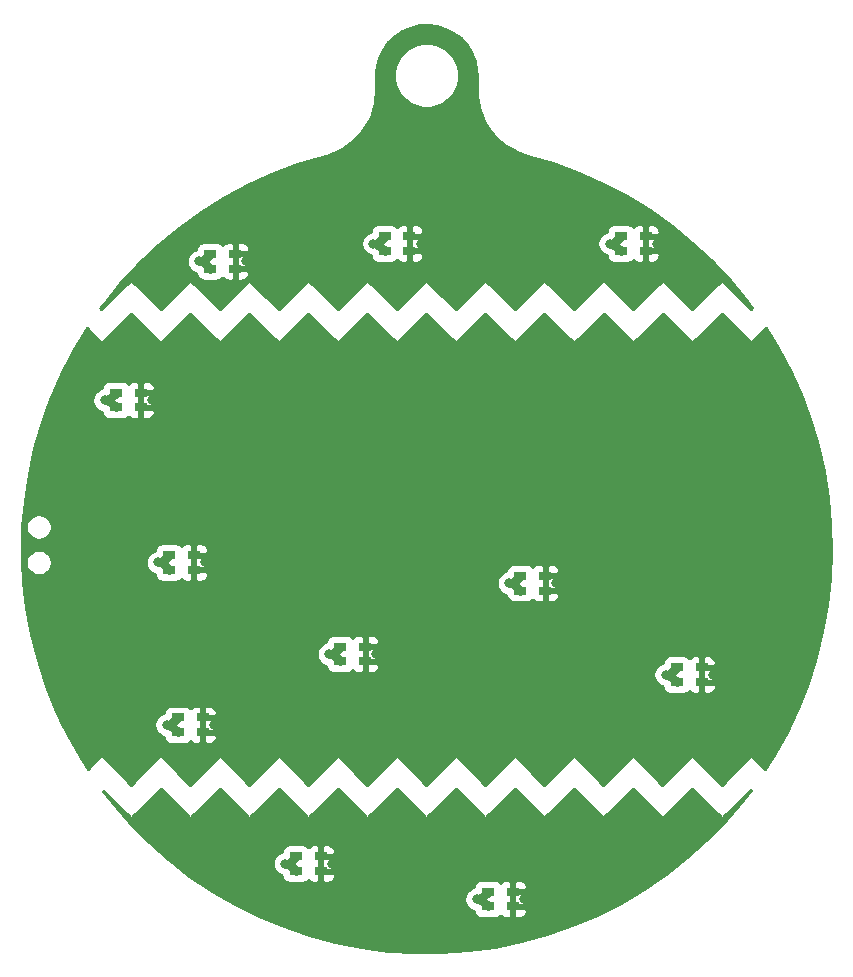
<source format=gbr>
%TF.GenerationSoftware,KiCad,Pcbnew,(5.1.10)-1*%
%TF.CreationDate,2021-10-17T11:08:17+02:00*%
%TF.ProjectId,TVZ_kuglica,54565a5f-6b75-4676-9c69-63612e6b6963,rev?*%
%TF.SameCoordinates,Original*%
%TF.FileFunction,Copper,L1,Top*%
%TF.FilePolarity,Positive*%
%FSLAX46Y46*%
G04 Gerber Fmt 4.6, Leading zero omitted, Abs format (unit mm)*
G04 Created by KiCad (PCBNEW (5.1.10)-1) date 2021-10-17 11:08:17*
%MOMM*%
%LPD*%
G01*
G04 APERTURE LIST*
%TA.AperFunction,SMDPad,CuDef*%
%ADD10R,1.100000X0.750000*%
%TD*%
%TA.AperFunction,ViaPad*%
%ADD11C,0.800000*%
%TD*%
%TA.AperFunction,Conductor*%
%ADD12C,0.762000*%
%TD*%
%TA.AperFunction,Conductor*%
%ADD13C,0.254000*%
%TD*%
%TA.AperFunction,Conductor*%
%ADD14C,0.100000*%
%TD*%
G04 APERTURE END LIST*
D10*
%TO.P,D1,1*%
%TO.N,Net-(D1-Pad1)*%
X110700000Y-86875000D03*
%TO.P,D1,2*%
%TO.N,GND*%
X112800000Y-86875000D03*
%TO.P,D1,1*%
%TO.N,Net-(D1-Pad1)*%
X110700000Y-88125000D03*
%TO.P,D1,2*%
%TO.N,GND*%
X112800000Y-88125000D03*
%TD*%
%TO.P,D2,2*%
%TO.N,GND*%
X120800000Y-76375000D03*
%TO.P,D2,1*%
%TO.N,Net-(D1-Pad1)*%
X118700000Y-76375000D03*
%TO.P,D2,2*%
%TO.N,GND*%
X120800000Y-75125000D03*
%TO.P,D2,1*%
%TO.N,Net-(D1-Pad1)*%
X118700000Y-75125000D03*
%TD*%
%TO.P,D3,1*%
%TO.N,Net-(D1-Pad1)*%
X153450000Y-73625000D03*
%TO.P,D3,2*%
%TO.N,GND*%
X155550000Y-73625000D03*
%TO.P,D3,1*%
%TO.N,Net-(D1-Pad1)*%
X153450000Y-74875000D03*
%TO.P,D3,2*%
%TO.N,GND*%
X155550000Y-74875000D03*
%TD*%
%TO.P,D4,2*%
%TO.N,GND*%
X131800000Y-109625000D03*
%TO.P,D4,1*%
%TO.N,Net-(D1-Pad1)*%
X129700000Y-109625000D03*
%TO.P,D4,2*%
%TO.N,GND*%
X131800000Y-108375000D03*
%TO.P,D4,1*%
%TO.N,Net-(D1-Pad1)*%
X129700000Y-108375000D03*
%TD*%
%TO.P,D5,1*%
%TO.N,Net-(D1-Pad1)*%
X115950000Y-114375000D03*
%TO.P,D5,2*%
%TO.N,GND*%
X118050000Y-114375000D03*
%TO.P,D5,1*%
%TO.N,Net-(D1-Pad1)*%
X115950000Y-115625000D03*
%TO.P,D5,2*%
%TO.N,GND*%
X118050000Y-115625000D03*
%TD*%
%TO.P,D6,2*%
%TO.N,GND*%
X117300000Y-101875000D03*
%TO.P,D6,1*%
%TO.N,Net-(D1-Pad1)*%
X115200000Y-101875000D03*
%TO.P,D6,2*%
%TO.N,GND*%
X117300000Y-100625000D03*
%TO.P,D6,1*%
%TO.N,Net-(D1-Pad1)*%
X115200000Y-100625000D03*
%TD*%
%TO.P,D7,1*%
%TO.N,Net-(D1-Pad1)*%
X142200000Y-129125000D03*
%TO.P,D7,2*%
%TO.N,GND*%
X144300000Y-129125000D03*
%TO.P,D7,1*%
%TO.N,Net-(D1-Pad1)*%
X142200000Y-130375000D03*
%TO.P,D7,2*%
%TO.N,GND*%
X144300000Y-130375000D03*
%TD*%
%TO.P,D8,2*%
%TO.N,GND*%
X160300000Y-111375000D03*
%TO.P,D8,1*%
%TO.N,Net-(D1-Pad1)*%
X158200000Y-111375000D03*
%TO.P,D8,2*%
%TO.N,GND*%
X160300000Y-110125000D03*
%TO.P,D8,1*%
%TO.N,Net-(D1-Pad1)*%
X158200000Y-110125000D03*
%TD*%
%TO.P,D9,1*%
%TO.N,Net-(D1-Pad1)*%
X133450000Y-73625000D03*
%TO.P,D9,2*%
%TO.N,GND*%
X135550000Y-73625000D03*
%TO.P,D9,1*%
%TO.N,Net-(D1-Pad1)*%
X133450000Y-74875000D03*
%TO.P,D9,2*%
%TO.N,GND*%
X135550000Y-74875000D03*
%TD*%
%TO.P,D10,2*%
%TO.N,GND*%
X147050000Y-103625000D03*
%TO.P,D10,1*%
%TO.N,Net-(D1-Pad1)*%
X144950000Y-103625000D03*
%TO.P,D10,2*%
%TO.N,GND*%
X147050000Y-102375000D03*
%TO.P,D10,1*%
%TO.N,Net-(D1-Pad1)*%
X144950000Y-102375000D03*
%TD*%
%TO.P,D11,1*%
%TO.N,Net-(D1-Pad1)*%
X125950000Y-126125000D03*
%TO.P,D11,2*%
%TO.N,GND*%
X128050000Y-126125000D03*
%TO.P,D11,1*%
%TO.N,Net-(D1-Pad1)*%
X125950000Y-127375000D03*
%TO.P,D11,2*%
%TO.N,GND*%
X128050000Y-127375000D03*
%TD*%
D11*
%TO.N,Net-(D1-Pad1)*%
X144000000Y-103000000D03*
X157250000Y-110750000D03*
X141250000Y-129750000D03*
X109750000Y-87500000D03*
X117750000Y-75750000D03*
X132500000Y-74250000D03*
X152500000Y-74250000D03*
X128750000Y-109000000D03*
X114250000Y-101250000D03*
X115000000Y-115000000D03*
X125000000Y-126750000D03*
%TO.N,GND*%
X118500000Y-126000000D03*
X134750000Y-125750000D03*
X135000000Y-133000000D03*
X145250000Y-126250000D03*
X153750000Y-127750000D03*
X154250000Y-77250000D03*
X130750000Y-73250000D03*
X120250000Y-84000000D03*
X126250000Y-93250000D03*
X120250000Y-105250000D03*
X128250000Y-104000000D03*
X108000000Y-107250000D03*
X118000000Y-110250000D03*
X138000000Y-112250000D03*
X149750000Y-117000000D03*
X147000000Y-108250000D03*
X165000000Y-105250000D03*
X161250000Y-117250000D03*
X155250000Y-97750000D03*
X157750000Y-90000000D03*
X139750000Y-94750000D03*
X161250000Y-110750000D03*
X132750000Y-109000000D03*
X148000000Y-103000000D03*
X119000000Y-115000000D03*
X118250000Y-101250000D03*
X145250000Y-129750000D03*
X113750000Y-87500000D03*
X136500000Y-74250000D03*
X156500000Y-74250000D03*
X121750000Y-75750000D03*
X129000000Y-126750000D03*
%TD*%
D12*
%TO.N,Net-(D1-Pad1)*%
X115325000Y-115000000D02*
X115950000Y-114375000D01*
X115325000Y-115000000D02*
X115950000Y-115625000D01*
X115000000Y-115000000D02*
X115325000Y-115000000D01*
X114575000Y-101250000D02*
X115200000Y-100625000D01*
X114575000Y-101250000D02*
X115200000Y-101875000D01*
X114250000Y-101250000D02*
X114575000Y-101250000D01*
X129075000Y-109000000D02*
X129700000Y-109625000D01*
X129075000Y-109000000D02*
X129700000Y-108375000D01*
X128750000Y-109000000D02*
X129075000Y-109000000D01*
X152825000Y-74250000D02*
X153450000Y-74875000D01*
X152825000Y-74250000D02*
X153450000Y-73625000D01*
X157575000Y-110750000D02*
X158200000Y-110125000D01*
X157575000Y-110750000D02*
X158200000Y-111375000D01*
X157250000Y-110750000D02*
X157575000Y-110750000D01*
X144325000Y-103000000D02*
X144950000Y-102375000D01*
X144325000Y-103000000D02*
X144950000Y-103625000D01*
X144000000Y-103000000D02*
X144325000Y-103000000D01*
X110075000Y-87500000D02*
X110700000Y-86875000D01*
X110075000Y-87500000D02*
X110700000Y-88125000D01*
X109750000Y-87500000D02*
X110075000Y-87500000D01*
X118075000Y-75750000D02*
X118700000Y-75125000D01*
X118075000Y-75750000D02*
X118700000Y-76375000D01*
X117750000Y-75750000D02*
X118075000Y-75750000D01*
X132825000Y-74250000D02*
X133450000Y-73625000D01*
X132825000Y-74250000D02*
X133450000Y-74875000D01*
X141575000Y-129750000D02*
X142200000Y-130375000D01*
X141575000Y-129750000D02*
X142200000Y-129125000D01*
X141250000Y-129750000D02*
X141575000Y-129750000D01*
X125325000Y-126750000D02*
X125950000Y-126125000D01*
X125325000Y-126750000D02*
X125950000Y-127375000D01*
X125000000Y-126750000D02*
X125325000Y-126750000D01*
%TD*%
D13*
%TO.N,GND*%
X161910197Y-122839803D02*
X161929443Y-122855597D01*
X161951399Y-122867333D01*
X161975224Y-122874560D01*
X162000000Y-122877000D01*
X162024776Y-122874560D01*
X162048601Y-122867333D01*
X162070557Y-122855597D01*
X162089803Y-122839803D01*
X164440342Y-120489264D01*
X163824120Y-121319689D01*
X162352204Y-123050560D01*
X160768823Y-124680064D01*
X159080926Y-126201055D01*
X157295931Y-127606843D01*
X155421695Y-128891239D01*
X153466456Y-130048599D01*
X151438820Y-131073832D01*
X149347702Y-131962428D01*
X147202263Y-132710493D01*
X145011999Y-133314718D01*
X142786467Y-133772464D01*
X140535523Y-134081705D01*
X138269022Y-134241089D01*
X135996953Y-134249911D01*
X133729262Y-134108134D01*
X131475992Y-133816385D01*
X129246983Y-133375938D01*
X127052076Y-132788738D01*
X124900917Y-132057366D01*
X122802939Y-131185029D01*
X120767401Y-130175574D01*
X119860225Y-129648061D01*
X140215000Y-129648061D01*
X140215000Y-129851939D01*
X140254774Y-130051898D01*
X140332795Y-130240256D01*
X140446063Y-130409774D01*
X140590226Y-130553937D01*
X140759744Y-130667205D01*
X140948102Y-130745226D01*
X141012724Y-130758080D01*
X141024188Y-130874482D01*
X141060498Y-130994180D01*
X141119463Y-131104494D01*
X141198815Y-131201185D01*
X141295506Y-131280537D01*
X141405820Y-131339502D01*
X141525518Y-131375812D01*
X141650000Y-131388072D01*
X142120375Y-131388072D01*
X142199999Y-131395914D01*
X142279623Y-131388072D01*
X142750000Y-131388072D01*
X142874482Y-131375812D01*
X142994180Y-131339502D01*
X143104494Y-131280537D01*
X143201185Y-131201185D01*
X143250000Y-131141704D01*
X143298815Y-131201185D01*
X143395506Y-131280537D01*
X143505820Y-131339502D01*
X143625518Y-131375812D01*
X143750000Y-131388072D01*
X144014250Y-131385000D01*
X144173000Y-131226250D01*
X144173000Y-130502000D01*
X144427000Y-130502000D01*
X144427000Y-131226250D01*
X144585750Y-131385000D01*
X144850000Y-131388072D01*
X144974482Y-131375812D01*
X145094180Y-131339502D01*
X145204494Y-131280537D01*
X145301185Y-131201185D01*
X145380537Y-131104494D01*
X145439502Y-130994180D01*
X145475812Y-130874482D01*
X145488072Y-130750000D01*
X145485000Y-130660750D01*
X145326250Y-130502000D01*
X144427000Y-130502000D01*
X144173000Y-130502000D01*
X144153000Y-130502000D01*
X144153000Y-130248000D01*
X144173000Y-130248000D01*
X144173000Y-129252000D01*
X144427000Y-129252000D01*
X144427000Y-130248000D01*
X145326250Y-130248000D01*
X145485000Y-130089250D01*
X145488072Y-130000000D01*
X145475812Y-129875518D01*
X145439502Y-129755820D01*
X145436391Y-129750000D01*
X145439502Y-129744180D01*
X145475812Y-129624482D01*
X145488072Y-129500000D01*
X145485000Y-129410750D01*
X145326250Y-129252000D01*
X144427000Y-129252000D01*
X144173000Y-129252000D01*
X144153000Y-129252000D01*
X144153000Y-128998000D01*
X144173000Y-128998000D01*
X144173000Y-128273750D01*
X144427000Y-128273750D01*
X144427000Y-128998000D01*
X145326250Y-128998000D01*
X145485000Y-128839250D01*
X145488072Y-128750000D01*
X145475812Y-128625518D01*
X145439502Y-128505820D01*
X145380537Y-128395506D01*
X145301185Y-128298815D01*
X145204494Y-128219463D01*
X145094180Y-128160498D01*
X144974482Y-128124188D01*
X144850000Y-128111928D01*
X144585750Y-128115000D01*
X144427000Y-128273750D01*
X144173000Y-128273750D01*
X144014250Y-128115000D01*
X143750000Y-128111928D01*
X143625518Y-128124188D01*
X143505820Y-128160498D01*
X143395506Y-128219463D01*
X143298815Y-128298815D01*
X143250000Y-128358296D01*
X143201185Y-128298815D01*
X143104494Y-128219463D01*
X142994180Y-128160498D01*
X142874482Y-128124188D01*
X142750000Y-128111928D01*
X142279623Y-128111928D01*
X142199999Y-128104086D01*
X142120375Y-128111928D01*
X141650000Y-128111928D01*
X141525518Y-128124188D01*
X141405820Y-128160498D01*
X141295506Y-128219463D01*
X141198815Y-128298815D01*
X141119463Y-128395506D01*
X141060498Y-128505820D01*
X141024188Y-128625518D01*
X141012724Y-128741920D01*
X140948102Y-128754774D01*
X140759744Y-128832795D01*
X140590226Y-128946063D01*
X140446063Y-129090226D01*
X140332795Y-129259744D01*
X140254774Y-129448102D01*
X140215000Y-129648061D01*
X119860225Y-129648061D01*
X118803237Y-129033435D01*
X116919085Y-127763634D01*
X115479732Y-126648061D01*
X123965000Y-126648061D01*
X123965000Y-126851939D01*
X124004774Y-127051898D01*
X124082795Y-127240256D01*
X124196063Y-127409774D01*
X124340226Y-127553937D01*
X124509744Y-127667205D01*
X124698102Y-127745226D01*
X124762724Y-127758080D01*
X124774188Y-127874482D01*
X124810498Y-127994180D01*
X124869463Y-128104494D01*
X124948815Y-128201185D01*
X125045506Y-128280537D01*
X125155820Y-128339502D01*
X125275518Y-128375812D01*
X125400000Y-128388072D01*
X125870375Y-128388072D01*
X125949999Y-128395914D01*
X126029623Y-128388072D01*
X126500000Y-128388072D01*
X126624482Y-128375812D01*
X126744180Y-128339502D01*
X126854494Y-128280537D01*
X126951185Y-128201185D01*
X127000000Y-128141704D01*
X127048815Y-128201185D01*
X127145506Y-128280537D01*
X127255820Y-128339502D01*
X127375518Y-128375812D01*
X127500000Y-128388072D01*
X127764250Y-128385000D01*
X127923000Y-128226250D01*
X127923000Y-127502000D01*
X128177000Y-127502000D01*
X128177000Y-128226250D01*
X128335750Y-128385000D01*
X128600000Y-128388072D01*
X128724482Y-128375812D01*
X128844180Y-128339502D01*
X128954494Y-128280537D01*
X129051185Y-128201185D01*
X129130537Y-128104494D01*
X129189502Y-127994180D01*
X129225812Y-127874482D01*
X129238072Y-127750000D01*
X129235000Y-127660750D01*
X129076250Y-127502000D01*
X128177000Y-127502000D01*
X127923000Y-127502000D01*
X127903000Y-127502000D01*
X127903000Y-127248000D01*
X127923000Y-127248000D01*
X127923000Y-126252000D01*
X128177000Y-126252000D01*
X128177000Y-127248000D01*
X129076250Y-127248000D01*
X129235000Y-127089250D01*
X129238072Y-127000000D01*
X129225812Y-126875518D01*
X129189502Y-126755820D01*
X129186391Y-126750000D01*
X129189502Y-126744180D01*
X129225812Y-126624482D01*
X129238072Y-126500000D01*
X129235000Y-126410750D01*
X129076250Y-126252000D01*
X128177000Y-126252000D01*
X127923000Y-126252000D01*
X127903000Y-126252000D01*
X127903000Y-125998000D01*
X127923000Y-125998000D01*
X127923000Y-125273750D01*
X128177000Y-125273750D01*
X128177000Y-125998000D01*
X129076250Y-125998000D01*
X129235000Y-125839250D01*
X129238072Y-125750000D01*
X129225812Y-125625518D01*
X129189502Y-125505820D01*
X129130537Y-125395506D01*
X129051185Y-125298815D01*
X128954494Y-125219463D01*
X128844180Y-125160498D01*
X128724482Y-125124188D01*
X128600000Y-125111928D01*
X128335750Y-125115000D01*
X128177000Y-125273750D01*
X127923000Y-125273750D01*
X127764250Y-125115000D01*
X127500000Y-125111928D01*
X127375518Y-125124188D01*
X127255820Y-125160498D01*
X127145506Y-125219463D01*
X127048815Y-125298815D01*
X127000000Y-125358296D01*
X126951185Y-125298815D01*
X126854494Y-125219463D01*
X126744180Y-125160498D01*
X126624482Y-125124188D01*
X126500000Y-125111928D01*
X126029623Y-125111928D01*
X125949999Y-125104086D01*
X125870375Y-125111928D01*
X125400000Y-125111928D01*
X125275518Y-125124188D01*
X125155820Y-125160498D01*
X125045506Y-125219463D01*
X124948815Y-125298815D01*
X124869463Y-125395506D01*
X124810498Y-125505820D01*
X124774188Y-125625518D01*
X124762724Y-125741920D01*
X124698102Y-125754774D01*
X124509744Y-125832795D01*
X124340226Y-125946063D01*
X124196063Y-126090226D01*
X124082795Y-126259744D01*
X124004774Y-126448102D01*
X123965000Y-126648061D01*
X115479732Y-126648061D01*
X115123223Y-126371749D01*
X113423564Y-124863914D01*
X111827572Y-123246751D01*
X110342263Y-121527368D01*
X109610626Y-120557246D01*
X111893183Y-122839803D01*
X111912190Y-122855437D01*
X111934120Y-122867222D01*
X111957928Y-122874503D01*
X111982699Y-122877000D01*
X112007480Y-122874615D01*
X112031321Y-122867442D01*
X112053304Y-122855756D01*
X112072585Y-122840006D01*
X114493921Y-120429606D01*
X116892979Y-122839598D01*
X116912429Y-122855597D01*
X116934385Y-122867333D01*
X116958210Y-122874560D01*
X116982986Y-122877000D01*
X117007762Y-122874560D01*
X117031587Y-122867333D01*
X117053543Y-122855597D01*
X117072789Y-122839803D01*
X119482986Y-120429606D01*
X121893183Y-122839803D01*
X121912429Y-122855597D01*
X121934385Y-122867333D01*
X121958210Y-122874560D01*
X121982986Y-122877000D01*
X122007762Y-122874560D01*
X122031587Y-122867333D01*
X122053543Y-122855597D01*
X122072789Y-122839803D01*
X124482986Y-120429606D01*
X126893183Y-122839803D01*
X126912190Y-122855437D01*
X126934120Y-122867222D01*
X126957928Y-122874503D01*
X126982699Y-122877000D01*
X127007480Y-122874615D01*
X127031321Y-122867442D01*
X127053304Y-122855756D01*
X127072585Y-122840006D01*
X129493921Y-120429606D01*
X131892979Y-122839598D01*
X131912429Y-122855597D01*
X131934385Y-122867333D01*
X131958210Y-122874560D01*
X131982986Y-122877000D01*
X132007762Y-122874560D01*
X132031587Y-122867333D01*
X132053543Y-122855597D01*
X132072789Y-122839803D01*
X134482986Y-120429606D01*
X136893183Y-122839803D01*
X136912429Y-122855597D01*
X136934385Y-122867333D01*
X136958210Y-122874560D01*
X136982986Y-122877000D01*
X137007762Y-122874560D01*
X137031587Y-122867333D01*
X137053543Y-122855597D01*
X137072789Y-122839803D01*
X139482986Y-120429606D01*
X141893183Y-122839803D01*
X141912190Y-122855437D01*
X141934120Y-122867222D01*
X141957928Y-122874503D01*
X141982699Y-122877000D01*
X142007480Y-122874615D01*
X142031321Y-122867442D01*
X142053304Y-122855756D01*
X142072585Y-122840006D01*
X144493921Y-120429606D01*
X146892979Y-122839598D01*
X146912429Y-122855597D01*
X146934385Y-122867333D01*
X146958210Y-122874560D01*
X146982986Y-122877000D01*
X147007762Y-122874560D01*
X147031587Y-122867333D01*
X147053543Y-122855597D01*
X147072789Y-122839803D01*
X149482986Y-120429606D01*
X151893183Y-122839803D01*
X151912429Y-122855597D01*
X151934385Y-122867333D01*
X151958210Y-122874560D01*
X151982986Y-122877000D01*
X152007762Y-122874560D01*
X152031587Y-122867333D01*
X152053543Y-122855597D01*
X152072789Y-122839803D01*
X154482986Y-120429606D01*
X156893183Y-122839803D01*
X156912190Y-122855437D01*
X156934120Y-122867222D01*
X156957928Y-122874503D01*
X156982699Y-122877000D01*
X157007480Y-122874615D01*
X157031321Y-122867442D01*
X157053304Y-122855756D01*
X157072585Y-122840006D01*
X159496967Y-120426573D01*
X161910197Y-122839803D01*
%TA.AperFunction,Conductor*%
D14*
G36*
X161910197Y-122839803D02*
G01*
X161929443Y-122855597D01*
X161951399Y-122867333D01*
X161975224Y-122874560D01*
X162000000Y-122877000D01*
X162024776Y-122874560D01*
X162048601Y-122867333D01*
X162070557Y-122855597D01*
X162089803Y-122839803D01*
X164440342Y-120489264D01*
X163824120Y-121319689D01*
X162352204Y-123050560D01*
X160768823Y-124680064D01*
X159080926Y-126201055D01*
X157295931Y-127606843D01*
X155421695Y-128891239D01*
X153466456Y-130048599D01*
X151438820Y-131073832D01*
X149347702Y-131962428D01*
X147202263Y-132710493D01*
X145011999Y-133314718D01*
X142786467Y-133772464D01*
X140535523Y-134081705D01*
X138269022Y-134241089D01*
X135996953Y-134249911D01*
X133729262Y-134108134D01*
X131475992Y-133816385D01*
X129246983Y-133375938D01*
X127052076Y-132788738D01*
X124900917Y-132057366D01*
X122802939Y-131185029D01*
X120767401Y-130175574D01*
X119860225Y-129648061D01*
X140215000Y-129648061D01*
X140215000Y-129851939D01*
X140254774Y-130051898D01*
X140332795Y-130240256D01*
X140446063Y-130409774D01*
X140590226Y-130553937D01*
X140759744Y-130667205D01*
X140948102Y-130745226D01*
X141012724Y-130758080D01*
X141024188Y-130874482D01*
X141060498Y-130994180D01*
X141119463Y-131104494D01*
X141198815Y-131201185D01*
X141295506Y-131280537D01*
X141405820Y-131339502D01*
X141525518Y-131375812D01*
X141650000Y-131388072D01*
X142120375Y-131388072D01*
X142199999Y-131395914D01*
X142279623Y-131388072D01*
X142750000Y-131388072D01*
X142874482Y-131375812D01*
X142994180Y-131339502D01*
X143104494Y-131280537D01*
X143201185Y-131201185D01*
X143250000Y-131141704D01*
X143298815Y-131201185D01*
X143395506Y-131280537D01*
X143505820Y-131339502D01*
X143625518Y-131375812D01*
X143750000Y-131388072D01*
X144014250Y-131385000D01*
X144173000Y-131226250D01*
X144173000Y-130502000D01*
X144427000Y-130502000D01*
X144427000Y-131226250D01*
X144585750Y-131385000D01*
X144850000Y-131388072D01*
X144974482Y-131375812D01*
X145094180Y-131339502D01*
X145204494Y-131280537D01*
X145301185Y-131201185D01*
X145380537Y-131104494D01*
X145439502Y-130994180D01*
X145475812Y-130874482D01*
X145488072Y-130750000D01*
X145485000Y-130660750D01*
X145326250Y-130502000D01*
X144427000Y-130502000D01*
X144173000Y-130502000D01*
X144153000Y-130502000D01*
X144153000Y-130248000D01*
X144173000Y-130248000D01*
X144173000Y-129252000D01*
X144427000Y-129252000D01*
X144427000Y-130248000D01*
X145326250Y-130248000D01*
X145485000Y-130089250D01*
X145488072Y-130000000D01*
X145475812Y-129875518D01*
X145439502Y-129755820D01*
X145436391Y-129750000D01*
X145439502Y-129744180D01*
X145475812Y-129624482D01*
X145488072Y-129500000D01*
X145485000Y-129410750D01*
X145326250Y-129252000D01*
X144427000Y-129252000D01*
X144173000Y-129252000D01*
X144153000Y-129252000D01*
X144153000Y-128998000D01*
X144173000Y-128998000D01*
X144173000Y-128273750D01*
X144427000Y-128273750D01*
X144427000Y-128998000D01*
X145326250Y-128998000D01*
X145485000Y-128839250D01*
X145488072Y-128750000D01*
X145475812Y-128625518D01*
X145439502Y-128505820D01*
X145380537Y-128395506D01*
X145301185Y-128298815D01*
X145204494Y-128219463D01*
X145094180Y-128160498D01*
X144974482Y-128124188D01*
X144850000Y-128111928D01*
X144585750Y-128115000D01*
X144427000Y-128273750D01*
X144173000Y-128273750D01*
X144014250Y-128115000D01*
X143750000Y-128111928D01*
X143625518Y-128124188D01*
X143505820Y-128160498D01*
X143395506Y-128219463D01*
X143298815Y-128298815D01*
X143250000Y-128358296D01*
X143201185Y-128298815D01*
X143104494Y-128219463D01*
X142994180Y-128160498D01*
X142874482Y-128124188D01*
X142750000Y-128111928D01*
X142279623Y-128111928D01*
X142199999Y-128104086D01*
X142120375Y-128111928D01*
X141650000Y-128111928D01*
X141525518Y-128124188D01*
X141405820Y-128160498D01*
X141295506Y-128219463D01*
X141198815Y-128298815D01*
X141119463Y-128395506D01*
X141060498Y-128505820D01*
X141024188Y-128625518D01*
X141012724Y-128741920D01*
X140948102Y-128754774D01*
X140759744Y-128832795D01*
X140590226Y-128946063D01*
X140446063Y-129090226D01*
X140332795Y-129259744D01*
X140254774Y-129448102D01*
X140215000Y-129648061D01*
X119860225Y-129648061D01*
X118803237Y-129033435D01*
X116919085Y-127763634D01*
X115479732Y-126648061D01*
X123965000Y-126648061D01*
X123965000Y-126851939D01*
X124004774Y-127051898D01*
X124082795Y-127240256D01*
X124196063Y-127409774D01*
X124340226Y-127553937D01*
X124509744Y-127667205D01*
X124698102Y-127745226D01*
X124762724Y-127758080D01*
X124774188Y-127874482D01*
X124810498Y-127994180D01*
X124869463Y-128104494D01*
X124948815Y-128201185D01*
X125045506Y-128280537D01*
X125155820Y-128339502D01*
X125275518Y-128375812D01*
X125400000Y-128388072D01*
X125870375Y-128388072D01*
X125949999Y-128395914D01*
X126029623Y-128388072D01*
X126500000Y-128388072D01*
X126624482Y-128375812D01*
X126744180Y-128339502D01*
X126854494Y-128280537D01*
X126951185Y-128201185D01*
X127000000Y-128141704D01*
X127048815Y-128201185D01*
X127145506Y-128280537D01*
X127255820Y-128339502D01*
X127375518Y-128375812D01*
X127500000Y-128388072D01*
X127764250Y-128385000D01*
X127923000Y-128226250D01*
X127923000Y-127502000D01*
X128177000Y-127502000D01*
X128177000Y-128226250D01*
X128335750Y-128385000D01*
X128600000Y-128388072D01*
X128724482Y-128375812D01*
X128844180Y-128339502D01*
X128954494Y-128280537D01*
X129051185Y-128201185D01*
X129130537Y-128104494D01*
X129189502Y-127994180D01*
X129225812Y-127874482D01*
X129238072Y-127750000D01*
X129235000Y-127660750D01*
X129076250Y-127502000D01*
X128177000Y-127502000D01*
X127923000Y-127502000D01*
X127903000Y-127502000D01*
X127903000Y-127248000D01*
X127923000Y-127248000D01*
X127923000Y-126252000D01*
X128177000Y-126252000D01*
X128177000Y-127248000D01*
X129076250Y-127248000D01*
X129235000Y-127089250D01*
X129238072Y-127000000D01*
X129225812Y-126875518D01*
X129189502Y-126755820D01*
X129186391Y-126750000D01*
X129189502Y-126744180D01*
X129225812Y-126624482D01*
X129238072Y-126500000D01*
X129235000Y-126410750D01*
X129076250Y-126252000D01*
X128177000Y-126252000D01*
X127923000Y-126252000D01*
X127903000Y-126252000D01*
X127903000Y-125998000D01*
X127923000Y-125998000D01*
X127923000Y-125273750D01*
X128177000Y-125273750D01*
X128177000Y-125998000D01*
X129076250Y-125998000D01*
X129235000Y-125839250D01*
X129238072Y-125750000D01*
X129225812Y-125625518D01*
X129189502Y-125505820D01*
X129130537Y-125395506D01*
X129051185Y-125298815D01*
X128954494Y-125219463D01*
X128844180Y-125160498D01*
X128724482Y-125124188D01*
X128600000Y-125111928D01*
X128335750Y-125115000D01*
X128177000Y-125273750D01*
X127923000Y-125273750D01*
X127764250Y-125115000D01*
X127500000Y-125111928D01*
X127375518Y-125124188D01*
X127255820Y-125160498D01*
X127145506Y-125219463D01*
X127048815Y-125298815D01*
X127000000Y-125358296D01*
X126951185Y-125298815D01*
X126854494Y-125219463D01*
X126744180Y-125160498D01*
X126624482Y-125124188D01*
X126500000Y-125111928D01*
X126029623Y-125111928D01*
X125949999Y-125104086D01*
X125870375Y-125111928D01*
X125400000Y-125111928D01*
X125275518Y-125124188D01*
X125155820Y-125160498D01*
X125045506Y-125219463D01*
X124948815Y-125298815D01*
X124869463Y-125395506D01*
X124810498Y-125505820D01*
X124774188Y-125625518D01*
X124762724Y-125741920D01*
X124698102Y-125754774D01*
X124509744Y-125832795D01*
X124340226Y-125946063D01*
X124196063Y-126090226D01*
X124082795Y-126259744D01*
X124004774Y-126448102D01*
X123965000Y-126648061D01*
X115479732Y-126648061D01*
X115123223Y-126371749D01*
X113423564Y-124863914D01*
X111827572Y-123246751D01*
X110342263Y-121527368D01*
X109610626Y-120557246D01*
X111893183Y-122839803D01*
X111912190Y-122855437D01*
X111934120Y-122867222D01*
X111957928Y-122874503D01*
X111982699Y-122877000D01*
X112007480Y-122874615D01*
X112031321Y-122867442D01*
X112053304Y-122855756D01*
X112072585Y-122840006D01*
X114493921Y-120429606D01*
X116892979Y-122839598D01*
X116912429Y-122855597D01*
X116934385Y-122867333D01*
X116958210Y-122874560D01*
X116982986Y-122877000D01*
X117007762Y-122874560D01*
X117031587Y-122867333D01*
X117053543Y-122855597D01*
X117072789Y-122839803D01*
X119482986Y-120429606D01*
X121893183Y-122839803D01*
X121912429Y-122855597D01*
X121934385Y-122867333D01*
X121958210Y-122874560D01*
X121982986Y-122877000D01*
X122007762Y-122874560D01*
X122031587Y-122867333D01*
X122053543Y-122855597D01*
X122072789Y-122839803D01*
X124482986Y-120429606D01*
X126893183Y-122839803D01*
X126912190Y-122855437D01*
X126934120Y-122867222D01*
X126957928Y-122874503D01*
X126982699Y-122877000D01*
X127007480Y-122874615D01*
X127031321Y-122867442D01*
X127053304Y-122855756D01*
X127072585Y-122840006D01*
X129493921Y-120429606D01*
X131892979Y-122839598D01*
X131912429Y-122855597D01*
X131934385Y-122867333D01*
X131958210Y-122874560D01*
X131982986Y-122877000D01*
X132007762Y-122874560D01*
X132031587Y-122867333D01*
X132053543Y-122855597D01*
X132072789Y-122839803D01*
X134482986Y-120429606D01*
X136893183Y-122839803D01*
X136912429Y-122855597D01*
X136934385Y-122867333D01*
X136958210Y-122874560D01*
X136982986Y-122877000D01*
X137007762Y-122874560D01*
X137031587Y-122867333D01*
X137053543Y-122855597D01*
X137072789Y-122839803D01*
X139482986Y-120429606D01*
X141893183Y-122839803D01*
X141912190Y-122855437D01*
X141934120Y-122867222D01*
X141957928Y-122874503D01*
X141982699Y-122877000D01*
X142007480Y-122874615D01*
X142031321Y-122867442D01*
X142053304Y-122855756D01*
X142072585Y-122840006D01*
X144493921Y-120429606D01*
X146892979Y-122839598D01*
X146912429Y-122855597D01*
X146934385Y-122867333D01*
X146958210Y-122874560D01*
X146982986Y-122877000D01*
X147007762Y-122874560D01*
X147031587Y-122867333D01*
X147053543Y-122855597D01*
X147072789Y-122839803D01*
X149482986Y-120429606D01*
X151893183Y-122839803D01*
X151912429Y-122855597D01*
X151934385Y-122867333D01*
X151958210Y-122874560D01*
X151982986Y-122877000D01*
X152007762Y-122874560D01*
X152031587Y-122867333D01*
X152053543Y-122855597D01*
X152072789Y-122839803D01*
X154482986Y-120429606D01*
X156893183Y-122839803D01*
X156912190Y-122855437D01*
X156934120Y-122867222D01*
X156957928Y-122874503D01*
X156982699Y-122877000D01*
X157007480Y-122874615D01*
X157031321Y-122867442D01*
X157053304Y-122855756D01*
X157072585Y-122840006D01*
X159496967Y-120426573D01*
X161910197Y-122839803D01*
G37*
%TD.AperFunction*%
D13*
X154410197Y-82589803D02*
X154429443Y-82605597D01*
X154451399Y-82617333D01*
X154475224Y-82624560D01*
X154500000Y-82627000D01*
X154524776Y-82624560D01*
X154548601Y-82617333D01*
X154570557Y-82605597D01*
X154589803Y-82589803D01*
X157000000Y-80179606D01*
X159410197Y-82589803D01*
X159429443Y-82605597D01*
X159451399Y-82617333D01*
X159475224Y-82624560D01*
X159500000Y-82627000D01*
X159524776Y-82624560D01*
X159548601Y-82617333D01*
X159570557Y-82605597D01*
X159589803Y-82589803D01*
X162000000Y-80179606D01*
X164410197Y-82589803D01*
X164429443Y-82605597D01*
X164451399Y-82617333D01*
X164475224Y-82624560D01*
X164500000Y-82627000D01*
X164524776Y-82624560D01*
X164548601Y-82617333D01*
X164570557Y-82605597D01*
X164589803Y-82589803D01*
X165768388Y-81411218D01*
X166697162Y-82907865D01*
X167764630Y-84913581D01*
X168696830Y-86985643D01*
X169489658Y-89114933D01*
X170139624Y-91292080D01*
X170643873Y-93507517D01*
X171000188Y-95751501D01*
X171207004Y-98014175D01*
X171263407Y-100285560D01*
X171169153Y-102555700D01*
X170924654Y-104814605D01*
X170530986Y-107052337D01*
X169989882Y-109259064D01*
X169303718Y-111425077D01*
X168475512Y-113540851D01*
X167508906Y-115597090D01*
X166408155Y-117584736D01*
X165666366Y-118736760D01*
X164589803Y-117660197D01*
X164570557Y-117644403D01*
X164548601Y-117632667D01*
X164524776Y-117625440D01*
X164500000Y-117623000D01*
X164475224Y-117625440D01*
X164451399Y-117632667D01*
X164429443Y-117644403D01*
X164410197Y-117660197D01*
X162000000Y-120070394D01*
X159589803Y-117660197D01*
X159570557Y-117644403D01*
X159548601Y-117632667D01*
X159524776Y-117625440D01*
X159500000Y-117623000D01*
X159491493Y-117623838D01*
X159482986Y-117623000D01*
X159458210Y-117625440D01*
X159434385Y-117632667D01*
X159412429Y-117644403D01*
X159393183Y-117660197D01*
X156982986Y-120070394D01*
X154572789Y-117660197D01*
X154553543Y-117644403D01*
X154531587Y-117632667D01*
X154507762Y-117625440D01*
X154482986Y-117623000D01*
X154458210Y-117625440D01*
X154434385Y-117632667D01*
X154412429Y-117644403D01*
X154393183Y-117660197D01*
X151982986Y-120070394D01*
X149572789Y-117660197D01*
X149553543Y-117644403D01*
X149531587Y-117632667D01*
X149507762Y-117625440D01*
X149482986Y-117623000D01*
X149458210Y-117625440D01*
X149434385Y-117632667D01*
X149412429Y-117644403D01*
X149393183Y-117660197D01*
X146982986Y-120070394D01*
X145868716Y-118956124D01*
X145867002Y-118950607D01*
X145855117Y-118928730D01*
X145839193Y-118909592D01*
X144572179Y-117659592D01*
X144553543Y-117644403D01*
X144553151Y-117644194D01*
X144552818Y-117643922D01*
X144542188Y-117638333D01*
X144531587Y-117632667D01*
X144531168Y-117632540D01*
X144530782Y-117632337D01*
X144519264Y-117628929D01*
X144507762Y-117625440D01*
X144507328Y-117625397D01*
X144506908Y-117625273D01*
X144494930Y-117624176D01*
X144482986Y-117623000D01*
X144482551Y-117623043D01*
X144482116Y-117623003D01*
X144470192Y-117624260D01*
X144458210Y-117625440D01*
X144457790Y-117625567D01*
X144457357Y-117625613D01*
X144445915Y-117629170D01*
X144434385Y-117632667D01*
X144433999Y-117632873D01*
X144433582Y-117633003D01*
X144423032Y-117638735D01*
X144412429Y-117644403D01*
X144412091Y-117644680D01*
X144411707Y-117644889D01*
X144402504Y-117652548D01*
X144393183Y-117660197D01*
X141982986Y-120070394D01*
X139572789Y-117660197D01*
X139553543Y-117644403D01*
X139531587Y-117632667D01*
X139507762Y-117625440D01*
X139482986Y-117623000D01*
X139458210Y-117625440D01*
X139434385Y-117632667D01*
X139412429Y-117644403D01*
X139393183Y-117660197D01*
X136982986Y-120070394D01*
X134572789Y-117660197D01*
X134553543Y-117644403D01*
X134531587Y-117632667D01*
X134507762Y-117625440D01*
X134482986Y-117623000D01*
X134458210Y-117625440D01*
X134434385Y-117632667D01*
X134412429Y-117644403D01*
X134393183Y-117660197D01*
X131982986Y-120070394D01*
X130868716Y-118956124D01*
X130867002Y-118950607D01*
X130855117Y-118928730D01*
X130839193Y-118909592D01*
X129572179Y-117659592D01*
X129553543Y-117644403D01*
X129553151Y-117644194D01*
X129552818Y-117643922D01*
X129542188Y-117638333D01*
X129531587Y-117632667D01*
X129531168Y-117632540D01*
X129530782Y-117632337D01*
X129519264Y-117628929D01*
X129507762Y-117625440D01*
X129507328Y-117625397D01*
X129506908Y-117625273D01*
X129494930Y-117624176D01*
X129482986Y-117623000D01*
X129482551Y-117623043D01*
X129482116Y-117623003D01*
X129470192Y-117624260D01*
X129458210Y-117625440D01*
X129457790Y-117625567D01*
X129457357Y-117625613D01*
X129445915Y-117629170D01*
X129434385Y-117632667D01*
X129433999Y-117632873D01*
X129433582Y-117633003D01*
X129423032Y-117638735D01*
X129412429Y-117644403D01*
X129412091Y-117644680D01*
X129411707Y-117644889D01*
X129402504Y-117652548D01*
X129393183Y-117660197D01*
X126982986Y-120070394D01*
X124572789Y-117660197D01*
X124553543Y-117644403D01*
X124531587Y-117632667D01*
X124507762Y-117625440D01*
X124482986Y-117623000D01*
X124458210Y-117625440D01*
X124434385Y-117632667D01*
X124412429Y-117644403D01*
X124393183Y-117660197D01*
X121982986Y-120070394D01*
X119572789Y-117660197D01*
X119553543Y-117644403D01*
X119531587Y-117632667D01*
X119507762Y-117625440D01*
X119482986Y-117623000D01*
X119458210Y-117625440D01*
X119434385Y-117632667D01*
X119412429Y-117644403D01*
X119393183Y-117660197D01*
X116982986Y-120070394D01*
X115868716Y-118956124D01*
X115867002Y-118950607D01*
X115855117Y-118928730D01*
X115839193Y-118909592D01*
X114572179Y-117659592D01*
X114553543Y-117644403D01*
X114553151Y-117644194D01*
X114552818Y-117643922D01*
X114542188Y-117638333D01*
X114531587Y-117632667D01*
X114531168Y-117632540D01*
X114530782Y-117632337D01*
X114519264Y-117628929D01*
X114507762Y-117625440D01*
X114507328Y-117625397D01*
X114506908Y-117625273D01*
X114494930Y-117624176D01*
X114482986Y-117623000D01*
X114482551Y-117623043D01*
X114482116Y-117623003D01*
X114470192Y-117624260D01*
X114458210Y-117625440D01*
X114457790Y-117625567D01*
X114457357Y-117625613D01*
X114445915Y-117629170D01*
X114434385Y-117632667D01*
X114433999Y-117632873D01*
X114433582Y-117633003D01*
X114423032Y-117638735D01*
X114412429Y-117644403D01*
X114412091Y-117644680D01*
X114411707Y-117644889D01*
X114402504Y-117652548D01*
X114393183Y-117660197D01*
X111982986Y-120070394D01*
X109572789Y-117660197D01*
X109553543Y-117644403D01*
X109531587Y-117632667D01*
X109507762Y-117625440D01*
X109482986Y-117623000D01*
X109458210Y-117625440D01*
X109434385Y-117632667D01*
X109412429Y-117644403D01*
X109393183Y-117660197D01*
X108327468Y-118725912D01*
X107729304Y-117812605D01*
X106613144Y-115833557D01*
X106164478Y-114898061D01*
X113965000Y-114898061D01*
X113965000Y-115101939D01*
X114004774Y-115301898D01*
X114082795Y-115490256D01*
X114196063Y-115659774D01*
X114340226Y-115803937D01*
X114509744Y-115917205D01*
X114698102Y-115995226D01*
X114762724Y-116008080D01*
X114774188Y-116124482D01*
X114810498Y-116244180D01*
X114869463Y-116354494D01*
X114948815Y-116451185D01*
X115045506Y-116530537D01*
X115155820Y-116589502D01*
X115275518Y-116625812D01*
X115400000Y-116638072D01*
X115870375Y-116638072D01*
X115949999Y-116645914D01*
X116029623Y-116638072D01*
X116500000Y-116638072D01*
X116624482Y-116625812D01*
X116744180Y-116589502D01*
X116854494Y-116530537D01*
X116951185Y-116451185D01*
X117000000Y-116391704D01*
X117048815Y-116451185D01*
X117145506Y-116530537D01*
X117255820Y-116589502D01*
X117375518Y-116625812D01*
X117500000Y-116638072D01*
X117764250Y-116635000D01*
X117923000Y-116476250D01*
X117923000Y-115752000D01*
X118177000Y-115752000D01*
X118177000Y-116476250D01*
X118335750Y-116635000D01*
X118600000Y-116638072D01*
X118724482Y-116625812D01*
X118844180Y-116589502D01*
X118954494Y-116530537D01*
X119051185Y-116451185D01*
X119130537Y-116354494D01*
X119189502Y-116244180D01*
X119225812Y-116124482D01*
X119238072Y-116000000D01*
X119235000Y-115910750D01*
X119076250Y-115752000D01*
X118177000Y-115752000D01*
X117923000Y-115752000D01*
X117903000Y-115752000D01*
X117903000Y-115498000D01*
X117923000Y-115498000D01*
X117923000Y-114502000D01*
X118177000Y-114502000D01*
X118177000Y-115498000D01*
X119076250Y-115498000D01*
X119235000Y-115339250D01*
X119238072Y-115250000D01*
X119225812Y-115125518D01*
X119189502Y-115005820D01*
X119186391Y-115000000D01*
X119189502Y-114994180D01*
X119225812Y-114874482D01*
X119238072Y-114750000D01*
X119235000Y-114660750D01*
X119076250Y-114502000D01*
X118177000Y-114502000D01*
X117923000Y-114502000D01*
X117903000Y-114502000D01*
X117903000Y-114248000D01*
X117923000Y-114248000D01*
X117923000Y-113523750D01*
X118177000Y-113523750D01*
X118177000Y-114248000D01*
X119076250Y-114248000D01*
X119235000Y-114089250D01*
X119238072Y-114000000D01*
X119225812Y-113875518D01*
X119189502Y-113755820D01*
X119130537Y-113645506D01*
X119051185Y-113548815D01*
X118954494Y-113469463D01*
X118844180Y-113410498D01*
X118724482Y-113374188D01*
X118600000Y-113361928D01*
X118335750Y-113365000D01*
X118177000Y-113523750D01*
X117923000Y-113523750D01*
X117764250Y-113365000D01*
X117500000Y-113361928D01*
X117375518Y-113374188D01*
X117255820Y-113410498D01*
X117145506Y-113469463D01*
X117048815Y-113548815D01*
X117000000Y-113608296D01*
X116951185Y-113548815D01*
X116854494Y-113469463D01*
X116744180Y-113410498D01*
X116624482Y-113374188D01*
X116500000Y-113361928D01*
X116029623Y-113361928D01*
X115949999Y-113354086D01*
X115870375Y-113361928D01*
X115400000Y-113361928D01*
X115275518Y-113374188D01*
X115155820Y-113410498D01*
X115045506Y-113469463D01*
X114948815Y-113548815D01*
X114869463Y-113645506D01*
X114810498Y-113755820D01*
X114774188Y-113875518D01*
X114762724Y-113991920D01*
X114698102Y-114004774D01*
X114509744Y-114082795D01*
X114340226Y-114196063D01*
X114196063Y-114340226D01*
X114082795Y-114509744D01*
X114004774Y-114698102D01*
X113965000Y-114898061D01*
X106164478Y-114898061D01*
X105630601Y-113784897D01*
X104785986Y-111675609D01*
X104451670Y-110648061D01*
X156215000Y-110648061D01*
X156215000Y-110851939D01*
X156254774Y-111051898D01*
X156332795Y-111240256D01*
X156446063Y-111409774D01*
X156590226Y-111553937D01*
X156759744Y-111667205D01*
X156948102Y-111745226D01*
X157012724Y-111758080D01*
X157024188Y-111874482D01*
X157060498Y-111994180D01*
X157119463Y-112104494D01*
X157198815Y-112201185D01*
X157295506Y-112280537D01*
X157405820Y-112339502D01*
X157525518Y-112375812D01*
X157650000Y-112388072D01*
X158120375Y-112388072D01*
X158199999Y-112395914D01*
X158279623Y-112388072D01*
X158750000Y-112388072D01*
X158874482Y-112375812D01*
X158994180Y-112339502D01*
X159104494Y-112280537D01*
X159201185Y-112201185D01*
X159250000Y-112141704D01*
X159298815Y-112201185D01*
X159395506Y-112280537D01*
X159505820Y-112339502D01*
X159625518Y-112375812D01*
X159750000Y-112388072D01*
X160014250Y-112385000D01*
X160173000Y-112226250D01*
X160173000Y-111502000D01*
X160427000Y-111502000D01*
X160427000Y-112226250D01*
X160585750Y-112385000D01*
X160850000Y-112388072D01*
X160974482Y-112375812D01*
X161094180Y-112339502D01*
X161204494Y-112280537D01*
X161301185Y-112201185D01*
X161380537Y-112104494D01*
X161439502Y-111994180D01*
X161475812Y-111874482D01*
X161488072Y-111750000D01*
X161485000Y-111660750D01*
X161326250Y-111502000D01*
X160427000Y-111502000D01*
X160173000Y-111502000D01*
X160153000Y-111502000D01*
X160153000Y-111248000D01*
X160173000Y-111248000D01*
X160173000Y-110252000D01*
X160427000Y-110252000D01*
X160427000Y-111248000D01*
X161326250Y-111248000D01*
X161485000Y-111089250D01*
X161488072Y-111000000D01*
X161475812Y-110875518D01*
X161439502Y-110755820D01*
X161436391Y-110750000D01*
X161439502Y-110744180D01*
X161475812Y-110624482D01*
X161488072Y-110500000D01*
X161485000Y-110410750D01*
X161326250Y-110252000D01*
X160427000Y-110252000D01*
X160173000Y-110252000D01*
X160153000Y-110252000D01*
X160153000Y-109998000D01*
X160173000Y-109998000D01*
X160173000Y-109273750D01*
X160427000Y-109273750D01*
X160427000Y-109998000D01*
X161326250Y-109998000D01*
X161485000Y-109839250D01*
X161488072Y-109750000D01*
X161475812Y-109625518D01*
X161439502Y-109505820D01*
X161380537Y-109395506D01*
X161301185Y-109298815D01*
X161204494Y-109219463D01*
X161094180Y-109160498D01*
X160974482Y-109124188D01*
X160850000Y-109111928D01*
X160585750Y-109115000D01*
X160427000Y-109273750D01*
X160173000Y-109273750D01*
X160014250Y-109115000D01*
X159750000Y-109111928D01*
X159625518Y-109124188D01*
X159505820Y-109160498D01*
X159395506Y-109219463D01*
X159298815Y-109298815D01*
X159250000Y-109358296D01*
X159201185Y-109298815D01*
X159104494Y-109219463D01*
X158994180Y-109160498D01*
X158874482Y-109124188D01*
X158750000Y-109111928D01*
X158279623Y-109111928D01*
X158199999Y-109104086D01*
X158120375Y-109111928D01*
X157650000Y-109111928D01*
X157525518Y-109124188D01*
X157405820Y-109160498D01*
X157295506Y-109219463D01*
X157198815Y-109298815D01*
X157119463Y-109395506D01*
X157060498Y-109505820D01*
X157024188Y-109625518D01*
X157012724Y-109741920D01*
X156948102Y-109754774D01*
X156759744Y-109832795D01*
X156590226Y-109946063D01*
X156446063Y-110090226D01*
X156332795Y-110259744D01*
X156254774Y-110448102D01*
X156215000Y-110648061D01*
X104451670Y-110648061D01*
X104083026Y-109515005D01*
X103926658Y-108898061D01*
X127715000Y-108898061D01*
X127715000Y-109101939D01*
X127754774Y-109301898D01*
X127832795Y-109490256D01*
X127946063Y-109659774D01*
X128090226Y-109803937D01*
X128259744Y-109917205D01*
X128448102Y-109995226D01*
X128512724Y-110008080D01*
X128524188Y-110124482D01*
X128560498Y-110244180D01*
X128619463Y-110354494D01*
X128698815Y-110451185D01*
X128795506Y-110530537D01*
X128905820Y-110589502D01*
X129025518Y-110625812D01*
X129150000Y-110638072D01*
X129620375Y-110638072D01*
X129699999Y-110645914D01*
X129779623Y-110638072D01*
X130250000Y-110638072D01*
X130374482Y-110625812D01*
X130494180Y-110589502D01*
X130604494Y-110530537D01*
X130701185Y-110451185D01*
X130750000Y-110391704D01*
X130798815Y-110451185D01*
X130895506Y-110530537D01*
X131005820Y-110589502D01*
X131125518Y-110625812D01*
X131250000Y-110638072D01*
X131514250Y-110635000D01*
X131673000Y-110476250D01*
X131673000Y-109752000D01*
X131927000Y-109752000D01*
X131927000Y-110476250D01*
X132085750Y-110635000D01*
X132350000Y-110638072D01*
X132474482Y-110625812D01*
X132594180Y-110589502D01*
X132704494Y-110530537D01*
X132801185Y-110451185D01*
X132880537Y-110354494D01*
X132939502Y-110244180D01*
X132975812Y-110124482D01*
X132988072Y-110000000D01*
X132985000Y-109910750D01*
X132826250Y-109752000D01*
X131927000Y-109752000D01*
X131673000Y-109752000D01*
X131653000Y-109752000D01*
X131653000Y-109498000D01*
X131673000Y-109498000D01*
X131673000Y-108502000D01*
X131927000Y-108502000D01*
X131927000Y-109498000D01*
X132826250Y-109498000D01*
X132985000Y-109339250D01*
X132988072Y-109250000D01*
X132975812Y-109125518D01*
X132939502Y-109005820D01*
X132936391Y-109000000D01*
X132939502Y-108994180D01*
X132975812Y-108874482D01*
X132988072Y-108750000D01*
X132985000Y-108660750D01*
X132826250Y-108502000D01*
X131927000Y-108502000D01*
X131673000Y-108502000D01*
X131653000Y-108502000D01*
X131653000Y-108248000D01*
X131673000Y-108248000D01*
X131673000Y-107523750D01*
X131927000Y-107523750D01*
X131927000Y-108248000D01*
X132826250Y-108248000D01*
X132985000Y-108089250D01*
X132988072Y-108000000D01*
X132975812Y-107875518D01*
X132939502Y-107755820D01*
X132880537Y-107645506D01*
X132801185Y-107548815D01*
X132704494Y-107469463D01*
X132594180Y-107410498D01*
X132474482Y-107374188D01*
X132350000Y-107361928D01*
X132085750Y-107365000D01*
X131927000Y-107523750D01*
X131673000Y-107523750D01*
X131514250Y-107365000D01*
X131250000Y-107361928D01*
X131125518Y-107374188D01*
X131005820Y-107410498D01*
X130895506Y-107469463D01*
X130798815Y-107548815D01*
X130750000Y-107608296D01*
X130701185Y-107548815D01*
X130604494Y-107469463D01*
X130494180Y-107410498D01*
X130374482Y-107374188D01*
X130250000Y-107361928D01*
X129779623Y-107361928D01*
X129699999Y-107354086D01*
X129620375Y-107361928D01*
X129150000Y-107361928D01*
X129025518Y-107374188D01*
X128905820Y-107410498D01*
X128795506Y-107469463D01*
X128698815Y-107548815D01*
X128619463Y-107645506D01*
X128560498Y-107755820D01*
X128524188Y-107875518D01*
X128512724Y-107991920D01*
X128448102Y-108004774D01*
X128259744Y-108082795D01*
X128090226Y-108196063D01*
X127946063Y-108340226D01*
X127832795Y-108509744D01*
X127754774Y-108698102D01*
X127715000Y-108898061D01*
X103926658Y-108898061D01*
X103524797Y-107312547D01*
X103113763Y-105077935D01*
X102860675Y-102898061D01*
X142965000Y-102898061D01*
X142965000Y-103101939D01*
X143004774Y-103301898D01*
X143082795Y-103490256D01*
X143196063Y-103659774D01*
X143340226Y-103803937D01*
X143509744Y-103917205D01*
X143698102Y-103995226D01*
X143762724Y-104008080D01*
X143774188Y-104124482D01*
X143810498Y-104244180D01*
X143869463Y-104354494D01*
X143948815Y-104451185D01*
X144045506Y-104530537D01*
X144155820Y-104589502D01*
X144275518Y-104625812D01*
X144400000Y-104638072D01*
X144870375Y-104638072D01*
X144949999Y-104645914D01*
X145029623Y-104638072D01*
X145500000Y-104638072D01*
X145624482Y-104625812D01*
X145744180Y-104589502D01*
X145854494Y-104530537D01*
X145951185Y-104451185D01*
X146000000Y-104391704D01*
X146048815Y-104451185D01*
X146145506Y-104530537D01*
X146255820Y-104589502D01*
X146375518Y-104625812D01*
X146500000Y-104638072D01*
X146764250Y-104635000D01*
X146923000Y-104476250D01*
X146923000Y-103752000D01*
X147177000Y-103752000D01*
X147177000Y-104476250D01*
X147335750Y-104635000D01*
X147600000Y-104638072D01*
X147724482Y-104625812D01*
X147844180Y-104589502D01*
X147954494Y-104530537D01*
X148051185Y-104451185D01*
X148130537Y-104354494D01*
X148189502Y-104244180D01*
X148225812Y-104124482D01*
X148238072Y-104000000D01*
X148235000Y-103910750D01*
X148076250Y-103752000D01*
X147177000Y-103752000D01*
X146923000Y-103752000D01*
X146903000Y-103752000D01*
X146903000Y-103498000D01*
X146923000Y-103498000D01*
X146923000Y-102502000D01*
X147177000Y-102502000D01*
X147177000Y-103498000D01*
X148076250Y-103498000D01*
X148235000Y-103339250D01*
X148238072Y-103250000D01*
X148225812Y-103125518D01*
X148189502Y-103005820D01*
X148186391Y-103000000D01*
X148189502Y-102994180D01*
X148225812Y-102874482D01*
X148238072Y-102750000D01*
X148235000Y-102660750D01*
X148076250Y-102502000D01*
X147177000Y-102502000D01*
X146923000Y-102502000D01*
X146903000Y-102502000D01*
X146903000Y-102248000D01*
X146923000Y-102248000D01*
X146923000Y-101523750D01*
X147177000Y-101523750D01*
X147177000Y-102248000D01*
X148076250Y-102248000D01*
X148235000Y-102089250D01*
X148238072Y-102000000D01*
X148225812Y-101875518D01*
X148189502Y-101755820D01*
X148130537Y-101645506D01*
X148051185Y-101548815D01*
X147954494Y-101469463D01*
X147844180Y-101410498D01*
X147724482Y-101374188D01*
X147600000Y-101361928D01*
X147335750Y-101365000D01*
X147177000Y-101523750D01*
X146923000Y-101523750D01*
X146764250Y-101365000D01*
X146500000Y-101361928D01*
X146375518Y-101374188D01*
X146255820Y-101410498D01*
X146145506Y-101469463D01*
X146048815Y-101548815D01*
X146000000Y-101608296D01*
X145951185Y-101548815D01*
X145854494Y-101469463D01*
X145744180Y-101410498D01*
X145624482Y-101374188D01*
X145500000Y-101361928D01*
X145029623Y-101361928D01*
X144949999Y-101354086D01*
X144870375Y-101361928D01*
X144400000Y-101361928D01*
X144275518Y-101374188D01*
X144155820Y-101410498D01*
X144045506Y-101469463D01*
X143948815Y-101548815D01*
X143869463Y-101645506D01*
X143810498Y-101755820D01*
X143774188Y-101875518D01*
X143762724Y-101991920D01*
X143698102Y-102004774D01*
X143509744Y-102082795D01*
X143340226Y-102196063D01*
X143196063Y-102340226D01*
X143082795Y-102509744D01*
X143004774Y-102698102D01*
X142965000Y-102898061D01*
X102860675Y-102898061D01*
X102851726Y-102820985D01*
X102769006Y-101143137D01*
X103085000Y-101143137D01*
X103085000Y-101356863D01*
X103126696Y-101566483D01*
X103208485Y-101763940D01*
X103327225Y-101941647D01*
X103478353Y-102092775D01*
X103656060Y-102211515D01*
X103853517Y-102293304D01*
X104063137Y-102335000D01*
X104276863Y-102335000D01*
X104486483Y-102293304D01*
X104683940Y-102211515D01*
X104861647Y-102092775D01*
X105012775Y-101941647D01*
X105131515Y-101763940D01*
X105213304Y-101566483D01*
X105255000Y-101356863D01*
X105255000Y-101148061D01*
X113215000Y-101148061D01*
X113215000Y-101351939D01*
X113254774Y-101551898D01*
X113332795Y-101740256D01*
X113446063Y-101909774D01*
X113590226Y-102053937D01*
X113759744Y-102167205D01*
X113948102Y-102245226D01*
X114012724Y-102258080D01*
X114024188Y-102374482D01*
X114060498Y-102494180D01*
X114119463Y-102604494D01*
X114198815Y-102701185D01*
X114295506Y-102780537D01*
X114405820Y-102839502D01*
X114525518Y-102875812D01*
X114650000Y-102888072D01*
X115120375Y-102888072D01*
X115199999Y-102895914D01*
X115279623Y-102888072D01*
X115750000Y-102888072D01*
X115874482Y-102875812D01*
X115994180Y-102839502D01*
X116104494Y-102780537D01*
X116201185Y-102701185D01*
X116250000Y-102641704D01*
X116298815Y-102701185D01*
X116395506Y-102780537D01*
X116505820Y-102839502D01*
X116625518Y-102875812D01*
X116750000Y-102888072D01*
X117014250Y-102885000D01*
X117173000Y-102726250D01*
X117173000Y-102002000D01*
X117427000Y-102002000D01*
X117427000Y-102726250D01*
X117585750Y-102885000D01*
X117850000Y-102888072D01*
X117974482Y-102875812D01*
X118094180Y-102839502D01*
X118204494Y-102780537D01*
X118301185Y-102701185D01*
X118380537Y-102604494D01*
X118439502Y-102494180D01*
X118475812Y-102374482D01*
X118488072Y-102250000D01*
X118485000Y-102160750D01*
X118326250Y-102002000D01*
X117427000Y-102002000D01*
X117173000Y-102002000D01*
X117153000Y-102002000D01*
X117153000Y-101748000D01*
X117173000Y-101748000D01*
X117173000Y-100752000D01*
X117427000Y-100752000D01*
X117427000Y-101748000D01*
X118326250Y-101748000D01*
X118485000Y-101589250D01*
X118488072Y-101500000D01*
X118475812Y-101375518D01*
X118439502Y-101255820D01*
X118436391Y-101250000D01*
X118439502Y-101244180D01*
X118475812Y-101124482D01*
X118488072Y-101000000D01*
X118485000Y-100910750D01*
X118326250Y-100752000D01*
X117427000Y-100752000D01*
X117173000Y-100752000D01*
X117153000Y-100752000D01*
X117153000Y-100498000D01*
X117173000Y-100498000D01*
X117173000Y-99773750D01*
X117427000Y-99773750D01*
X117427000Y-100498000D01*
X118326250Y-100498000D01*
X118485000Y-100339250D01*
X118488072Y-100250000D01*
X118475812Y-100125518D01*
X118439502Y-100005820D01*
X118380537Y-99895506D01*
X118301185Y-99798815D01*
X118204494Y-99719463D01*
X118094180Y-99660498D01*
X117974482Y-99624188D01*
X117850000Y-99611928D01*
X117585750Y-99615000D01*
X117427000Y-99773750D01*
X117173000Y-99773750D01*
X117014250Y-99615000D01*
X116750000Y-99611928D01*
X116625518Y-99624188D01*
X116505820Y-99660498D01*
X116395506Y-99719463D01*
X116298815Y-99798815D01*
X116250000Y-99858296D01*
X116201185Y-99798815D01*
X116104494Y-99719463D01*
X115994180Y-99660498D01*
X115874482Y-99624188D01*
X115750000Y-99611928D01*
X115279623Y-99611928D01*
X115199999Y-99604086D01*
X115120375Y-99611928D01*
X114650000Y-99611928D01*
X114525518Y-99624188D01*
X114405820Y-99660498D01*
X114295506Y-99719463D01*
X114198815Y-99798815D01*
X114119463Y-99895506D01*
X114060498Y-100005820D01*
X114024188Y-100125518D01*
X114012724Y-100241920D01*
X113948102Y-100254774D01*
X113759744Y-100332795D01*
X113590226Y-100446063D01*
X113446063Y-100590226D01*
X113332795Y-100759744D01*
X113254774Y-100948102D01*
X113215000Y-101148061D01*
X105255000Y-101148061D01*
X105255000Y-101143137D01*
X105213304Y-100933517D01*
X105131515Y-100736060D01*
X105012775Y-100558353D01*
X104861647Y-100407225D01*
X104683940Y-100288485D01*
X104486483Y-100206696D01*
X104276863Y-100165000D01*
X104063137Y-100165000D01*
X103853517Y-100206696D01*
X103656060Y-100288485D01*
X103478353Y-100407225D01*
X103327225Y-100558353D01*
X103208485Y-100736060D01*
X103126696Y-100933517D01*
X103085000Y-101143137D01*
X102769006Y-101143137D01*
X102739845Y-100551658D01*
X102778607Y-98279882D01*
X102790035Y-98143137D01*
X103085000Y-98143137D01*
X103085000Y-98356863D01*
X103126696Y-98566483D01*
X103208485Y-98763940D01*
X103327225Y-98941647D01*
X103478353Y-99092775D01*
X103656060Y-99211515D01*
X103853517Y-99293304D01*
X104063137Y-99335000D01*
X104276863Y-99335000D01*
X104486483Y-99293304D01*
X104683940Y-99211515D01*
X104861647Y-99092775D01*
X105012775Y-98941647D01*
X105131515Y-98763940D01*
X105213304Y-98566483D01*
X105255000Y-98356863D01*
X105255000Y-98143137D01*
X105213304Y-97933517D01*
X105131515Y-97736060D01*
X105012775Y-97558353D01*
X104861647Y-97407225D01*
X104683940Y-97288485D01*
X104486483Y-97206696D01*
X104276863Y-97165000D01*
X104063137Y-97165000D01*
X103853517Y-97206696D01*
X103656060Y-97288485D01*
X103478353Y-97407225D01*
X103327225Y-97558353D01*
X103208485Y-97736060D01*
X103126696Y-97933517D01*
X103085000Y-98143137D01*
X102790035Y-98143137D01*
X102967842Y-96015687D01*
X103306719Y-93768999D01*
X103793749Y-91549706D01*
X104426782Y-89367594D01*
X105142758Y-87398061D01*
X108715000Y-87398061D01*
X108715000Y-87601939D01*
X108754774Y-87801898D01*
X108832795Y-87990256D01*
X108946063Y-88159774D01*
X109090226Y-88303937D01*
X109259744Y-88417205D01*
X109448102Y-88495226D01*
X109512724Y-88508080D01*
X109524188Y-88624482D01*
X109560498Y-88744180D01*
X109619463Y-88854494D01*
X109698815Y-88951185D01*
X109795506Y-89030537D01*
X109905820Y-89089502D01*
X110025518Y-89125812D01*
X110150000Y-89138072D01*
X110620375Y-89138072D01*
X110699999Y-89145914D01*
X110779623Y-89138072D01*
X111250000Y-89138072D01*
X111374482Y-89125812D01*
X111494180Y-89089502D01*
X111604494Y-89030537D01*
X111701185Y-88951185D01*
X111750000Y-88891704D01*
X111798815Y-88951185D01*
X111895506Y-89030537D01*
X112005820Y-89089502D01*
X112125518Y-89125812D01*
X112250000Y-89138072D01*
X112514250Y-89135000D01*
X112673000Y-88976250D01*
X112673000Y-88252000D01*
X112927000Y-88252000D01*
X112927000Y-88976250D01*
X113085750Y-89135000D01*
X113350000Y-89138072D01*
X113474482Y-89125812D01*
X113594180Y-89089502D01*
X113704494Y-89030537D01*
X113801185Y-88951185D01*
X113880537Y-88854494D01*
X113939502Y-88744180D01*
X113975812Y-88624482D01*
X113988072Y-88500000D01*
X113985000Y-88410750D01*
X113826250Y-88252000D01*
X112927000Y-88252000D01*
X112673000Y-88252000D01*
X112653000Y-88252000D01*
X112653000Y-87998000D01*
X112673000Y-87998000D01*
X112673000Y-87002000D01*
X112927000Y-87002000D01*
X112927000Y-87998000D01*
X113826250Y-87998000D01*
X113985000Y-87839250D01*
X113988072Y-87750000D01*
X113975812Y-87625518D01*
X113939502Y-87505820D01*
X113936391Y-87500000D01*
X113939502Y-87494180D01*
X113975812Y-87374482D01*
X113988072Y-87250000D01*
X113985000Y-87160750D01*
X113826250Y-87002000D01*
X112927000Y-87002000D01*
X112673000Y-87002000D01*
X112653000Y-87002000D01*
X112653000Y-86748000D01*
X112673000Y-86748000D01*
X112673000Y-86023750D01*
X112927000Y-86023750D01*
X112927000Y-86748000D01*
X113826250Y-86748000D01*
X113985000Y-86589250D01*
X113988072Y-86500000D01*
X113975812Y-86375518D01*
X113939502Y-86255820D01*
X113880537Y-86145506D01*
X113801185Y-86048815D01*
X113704494Y-85969463D01*
X113594180Y-85910498D01*
X113474482Y-85874188D01*
X113350000Y-85861928D01*
X113085750Y-85865000D01*
X112927000Y-86023750D01*
X112673000Y-86023750D01*
X112514250Y-85865000D01*
X112250000Y-85861928D01*
X112125518Y-85874188D01*
X112005820Y-85910498D01*
X111895506Y-85969463D01*
X111798815Y-86048815D01*
X111750000Y-86108296D01*
X111701185Y-86048815D01*
X111604494Y-85969463D01*
X111494180Y-85910498D01*
X111374482Y-85874188D01*
X111250000Y-85861928D01*
X110779623Y-85861928D01*
X110699999Y-85854086D01*
X110620375Y-85861928D01*
X110150000Y-85861928D01*
X110025518Y-85874188D01*
X109905820Y-85910498D01*
X109795506Y-85969463D01*
X109698815Y-86048815D01*
X109619463Y-86145506D01*
X109560498Y-86255820D01*
X109524188Y-86375518D01*
X109512724Y-86491920D01*
X109448102Y-86504774D01*
X109259744Y-86582795D01*
X109090226Y-86696063D01*
X108946063Y-86840226D01*
X108832795Y-87009744D01*
X108754774Y-87198102D01*
X108715000Y-87398061D01*
X105142758Y-87398061D01*
X105203052Y-87232203D01*
X106119133Y-85152960D01*
X107170992Y-83139015D01*
X108222902Y-81414188D01*
X109392979Y-82589598D01*
X109412429Y-82605597D01*
X109434385Y-82617333D01*
X109458210Y-82624560D01*
X109482986Y-82627000D01*
X109507762Y-82624560D01*
X109531587Y-82617333D01*
X109553543Y-82605597D01*
X109572789Y-82589803D01*
X111982986Y-80179606D01*
X114393183Y-82589803D01*
X114412429Y-82605597D01*
X114434385Y-82617333D01*
X114458210Y-82624560D01*
X114482986Y-82627000D01*
X114507762Y-82624560D01*
X114531587Y-82617333D01*
X114553543Y-82605597D01*
X114572789Y-82589803D01*
X116982986Y-80179606D01*
X119393183Y-82589803D01*
X119412190Y-82605437D01*
X119434120Y-82617222D01*
X119457928Y-82624503D01*
X119482699Y-82627000D01*
X119507480Y-82624615D01*
X119531321Y-82617442D01*
X119553304Y-82605756D01*
X119572585Y-82590006D01*
X121993921Y-80179606D01*
X124392979Y-82589598D01*
X124412429Y-82605597D01*
X124434385Y-82617333D01*
X124458210Y-82624560D01*
X124482986Y-82627000D01*
X124507762Y-82624560D01*
X124531587Y-82617333D01*
X124553543Y-82605597D01*
X124572789Y-82589803D01*
X126982986Y-80179606D01*
X129393183Y-82589803D01*
X129412429Y-82605597D01*
X129434385Y-82617333D01*
X129458210Y-82624560D01*
X129482986Y-82627000D01*
X129507762Y-82624560D01*
X129531587Y-82617333D01*
X129553543Y-82605597D01*
X129572789Y-82589803D01*
X131982986Y-80179606D01*
X134393183Y-82589803D01*
X134412190Y-82605437D01*
X134434120Y-82617222D01*
X134457928Y-82624503D01*
X134482699Y-82627000D01*
X134507480Y-82624615D01*
X134531321Y-82617442D01*
X134553304Y-82605756D01*
X134572585Y-82590006D01*
X136993921Y-80179606D01*
X139392979Y-82589598D01*
X139412429Y-82605597D01*
X139434385Y-82617333D01*
X139458210Y-82624560D01*
X139482986Y-82627000D01*
X139507762Y-82624560D01*
X139531587Y-82617333D01*
X139553543Y-82605597D01*
X139572789Y-82589803D01*
X141982986Y-80179606D01*
X144393183Y-82589803D01*
X144412429Y-82605597D01*
X144434385Y-82617333D01*
X144458210Y-82624560D01*
X144482986Y-82627000D01*
X144507762Y-82624560D01*
X144531587Y-82617333D01*
X144553543Y-82605597D01*
X144572789Y-82589803D01*
X146982986Y-80179606D01*
X149393183Y-82589803D01*
X149412190Y-82605437D01*
X149434120Y-82617222D01*
X149457928Y-82624503D01*
X149482699Y-82627000D01*
X149507480Y-82624615D01*
X149531321Y-82617442D01*
X149553304Y-82605756D01*
X149572585Y-82590006D01*
X151996967Y-80176573D01*
X154410197Y-82589803D01*
%TA.AperFunction,Conductor*%
D14*
G36*
X154410197Y-82589803D02*
G01*
X154429443Y-82605597D01*
X154451399Y-82617333D01*
X154475224Y-82624560D01*
X154500000Y-82627000D01*
X154524776Y-82624560D01*
X154548601Y-82617333D01*
X154570557Y-82605597D01*
X154589803Y-82589803D01*
X157000000Y-80179606D01*
X159410197Y-82589803D01*
X159429443Y-82605597D01*
X159451399Y-82617333D01*
X159475224Y-82624560D01*
X159500000Y-82627000D01*
X159524776Y-82624560D01*
X159548601Y-82617333D01*
X159570557Y-82605597D01*
X159589803Y-82589803D01*
X162000000Y-80179606D01*
X164410197Y-82589803D01*
X164429443Y-82605597D01*
X164451399Y-82617333D01*
X164475224Y-82624560D01*
X164500000Y-82627000D01*
X164524776Y-82624560D01*
X164548601Y-82617333D01*
X164570557Y-82605597D01*
X164589803Y-82589803D01*
X165768388Y-81411218D01*
X166697162Y-82907865D01*
X167764630Y-84913581D01*
X168696830Y-86985643D01*
X169489658Y-89114933D01*
X170139624Y-91292080D01*
X170643873Y-93507517D01*
X171000188Y-95751501D01*
X171207004Y-98014175D01*
X171263407Y-100285560D01*
X171169153Y-102555700D01*
X170924654Y-104814605D01*
X170530986Y-107052337D01*
X169989882Y-109259064D01*
X169303718Y-111425077D01*
X168475512Y-113540851D01*
X167508906Y-115597090D01*
X166408155Y-117584736D01*
X165666366Y-118736760D01*
X164589803Y-117660197D01*
X164570557Y-117644403D01*
X164548601Y-117632667D01*
X164524776Y-117625440D01*
X164500000Y-117623000D01*
X164475224Y-117625440D01*
X164451399Y-117632667D01*
X164429443Y-117644403D01*
X164410197Y-117660197D01*
X162000000Y-120070394D01*
X159589803Y-117660197D01*
X159570557Y-117644403D01*
X159548601Y-117632667D01*
X159524776Y-117625440D01*
X159500000Y-117623000D01*
X159491493Y-117623838D01*
X159482986Y-117623000D01*
X159458210Y-117625440D01*
X159434385Y-117632667D01*
X159412429Y-117644403D01*
X159393183Y-117660197D01*
X156982986Y-120070394D01*
X154572789Y-117660197D01*
X154553543Y-117644403D01*
X154531587Y-117632667D01*
X154507762Y-117625440D01*
X154482986Y-117623000D01*
X154458210Y-117625440D01*
X154434385Y-117632667D01*
X154412429Y-117644403D01*
X154393183Y-117660197D01*
X151982986Y-120070394D01*
X149572789Y-117660197D01*
X149553543Y-117644403D01*
X149531587Y-117632667D01*
X149507762Y-117625440D01*
X149482986Y-117623000D01*
X149458210Y-117625440D01*
X149434385Y-117632667D01*
X149412429Y-117644403D01*
X149393183Y-117660197D01*
X146982986Y-120070394D01*
X145868716Y-118956124D01*
X145867002Y-118950607D01*
X145855117Y-118928730D01*
X145839193Y-118909592D01*
X144572179Y-117659592D01*
X144553543Y-117644403D01*
X144553151Y-117644194D01*
X144552818Y-117643922D01*
X144542188Y-117638333D01*
X144531587Y-117632667D01*
X144531168Y-117632540D01*
X144530782Y-117632337D01*
X144519264Y-117628929D01*
X144507762Y-117625440D01*
X144507328Y-117625397D01*
X144506908Y-117625273D01*
X144494930Y-117624176D01*
X144482986Y-117623000D01*
X144482551Y-117623043D01*
X144482116Y-117623003D01*
X144470192Y-117624260D01*
X144458210Y-117625440D01*
X144457790Y-117625567D01*
X144457357Y-117625613D01*
X144445915Y-117629170D01*
X144434385Y-117632667D01*
X144433999Y-117632873D01*
X144433582Y-117633003D01*
X144423032Y-117638735D01*
X144412429Y-117644403D01*
X144412091Y-117644680D01*
X144411707Y-117644889D01*
X144402504Y-117652548D01*
X144393183Y-117660197D01*
X141982986Y-120070394D01*
X139572789Y-117660197D01*
X139553543Y-117644403D01*
X139531587Y-117632667D01*
X139507762Y-117625440D01*
X139482986Y-117623000D01*
X139458210Y-117625440D01*
X139434385Y-117632667D01*
X139412429Y-117644403D01*
X139393183Y-117660197D01*
X136982986Y-120070394D01*
X134572789Y-117660197D01*
X134553543Y-117644403D01*
X134531587Y-117632667D01*
X134507762Y-117625440D01*
X134482986Y-117623000D01*
X134458210Y-117625440D01*
X134434385Y-117632667D01*
X134412429Y-117644403D01*
X134393183Y-117660197D01*
X131982986Y-120070394D01*
X130868716Y-118956124D01*
X130867002Y-118950607D01*
X130855117Y-118928730D01*
X130839193Y-118909592D01*
X129572179Y-117659592D01*
X129553543Y-117644403D01*
X129553151Y-117644194D01*
X129552818Y-117643922D01*
X129542188Y-117638333D01*
X129531587Y-117632667D01*
X129531168Y-117632540D01*
X129530782Y-117632337D01*
X129519264Y-117628929D01*
X129507762Y-117625440D01*
X129507328Y-117625397D01*
X129506908Y-117625273D01*
X129494930Y-117624176D01*
X129482986Y-117623000D01*
X129482551Y-117623043D01*
X129482116Y-117623003D01*
X129470192Y-117624260D01*
X129458210Y-117625440D01*
X129457790Y-117625567D01*
X129457357Y-117625613D01*
X129445915Y-117629170D01*
X129434385Y-117632667D01*
X129433999Y-117632873D01*
X129433582Y-117633003D01*
X129423032Y-117638735D01*
X129412429Y-117644403D01*
X129412091Y-117644680D01*
X129411707Y-117644889D01*
X129402504Y-117652548D01*
X129393183Y-117660197D01*
X126982986Y-120070394D01*
X124572789Y-117660197D01*
X124553543Y-117644403D01*
X124531587Y-117632667D01*
X124507762Y-117625440D01*
X124482986Y-117623000D01*
X124458210Y-117625440D01*
X124434385Y-117632667D01*
X124412429Y-117644403D01*
X124393183Y-117660197D01*
X121982986Y-120070394D01*
X119572789Y-117660197D01*
X119553543Y-117644403D01*
X119531587Y-117632667D01*
X119507762Y-117625440D01*
X119482986Y-117623000D01*
X119458210Y-117625440D01*
X119434385Y-117632667D01*
X119412429Y-117644403D01*
X119393183Y-117660197D01*
X116982986Y-120070394D01*
X115868716Y-118956124D01*
X115867002Y-118950607D01*
X115855117Y-118928730D01*
X115839193Y-118909592D01*
X114572179Y-117659592D01*
X114553543Y-117644403D01*
X114553151Y-117644194D01*
X114552818Y-117643922D01*
X114542188Y-117638333D01*
X114531587Y-117632667D01*
X114531168Y-117632540D01*
X114530782Y-117632337D01*
X114519264Y-117628929D01*
X114507762Y-117625440D01*
X114507328Y-117625397D01*
X114506908Y-117625273D01*
X114494930Y-117624176D01*
X114482986Y-117623000D01*
X114482551Y-117623043D01*
X114482116Y-117623003D01*
X114470192Y-117624260D01*
X114458210Y-117625440D01*
X114457790Y-117625567D01*
X114457357Y-117625613D01*
X114445915Y-117629170D01*
X114434385Y-117632667D01*
X114433999Y-117632873D01*
X114433582Y-117633003D01*
X114423032Y-117638735D01*
X114412429Y-117644403D01*
X114412091Y-117644680D01*
X114411707Y-117644889D01*
X114402504Y-117652548D01*
X114393183Y-117660197D01*
X111982986Y-120070394D01*
X109572789Y-117660197D01*
X109553543Y-117644403D01*
X109531587Y-117632667D01*
X109507762Y-117625440D01*
X109482986Y-117623000D01*
X109458210Y-117625440D01*
X109434385Y-117632667D01*
X109412429Y-117644403D01*
X109393183Y-117660197D01*
X108327468Y-118725912D01*
X107729304Y-117812605D01*
X106613144Y-115833557D01*
X106164478Y-114898061D01*
X113965000Y-114898061D01*
X113965000Y-115101939D01*
X114004774Y-115301898D01*
X114082795Y-115490256D01*
X114196063Y-115659774D01*
X114340226Y-115803937D01*
X114509744Y-115917205D01*
X114698102Y-115995226D01*
X114762724Y-116008080D01*
X114774188Y-116124482D01*
X114810498Y-116244180D01*
X114869463Y-116354494D01*
X114948815Y-116451185D01*
X115045506Y-116530537D01*
X115155820Y-116589502D01*
X115275518Y-116625812D01*
X115400000Y-116638072D01*
X115870375Y-116638072D01*
X115949999Y-116645914D01*
X116029623Y-116638072D01*
X116500000Y-116638072D01*
X116624482Y-116625812D01*
X116744180Y-116589502D01*
X116854494Y-116530537D01*
X116951185Y-116451185D01*
X117000000Y-116391704D01*
X117048815Y-116451185D01*
X117145506Y-116530537D01*
X117255820Y-116589502D01*
X117375518Y-116625812D01*
X117500000Y-116638072D01*
X117764250Y-116635000D01*
X117923000Y-116476250D01*
X117923000Y-115752000D01*
X118177000Y-115752000D01*
X118177000Y-116476250D01*
X118335750Y-116635000D01*
X118600000Y-116638072D01*
X118724482Y-116625812D01*
X118844180Y-116589502D01*
X118954494Y-116530537D01*
X119051185Y-116451185D01*
X119130537Y-116354494D01*
X119189502Y-116244180D01*
X119225812Y-116124482D01*
X119238072Y-116000000D01*
X119235000Y-115910750D01*
X119076250Y-115752000D01*
X118177000Y-115752000D01*
X117923000Y-115752000D01*
X117903000Y-115752000D01*
X117903000Y-115498000D01*
X117923000Y-115498000D01*
X117923000Y-114502000D01*
X118177000Y-114502000D01*
X118177000Y-115498000D01*
X119076250Y-115498000D01*
X119235000Y-115339250D01*
X119238072Y-115250000D01*
X119225812Y-115125518D01*
X119189502Y-115005820D01*
X119186391Y-115000000D01*
X119189502Y-114994180D01*
X119225812Y-114874482D01*
X119238072Y-114750000D01*
X119235000Y-114660750D01*
X119076250Y-114502000D01*
X118177000Y-114502000D01*
X117923000Y-114502000D01*
X117903000Y-114502000D01*
X117903000Y-114248000D01*
X117923000Y-114248000D01*
X117923000Y-113523750D01*
X118177000Y-113523750D01*
X118177000Y-114248000D01*
X119076250Y-114248000D01*
X119235000Y-114089250D01*
X119238072Y-114000000D01*
X119225812Y-113875518D01*
X119189502Y-113755820D01*
X119130537Y-113645506D01*
X119051185Y-113548815D01*
X118954494Y-113469463D01*
X118844180Y-113410498D01*
X118724482Y-113374188D01*
X118600000Y-113361928D01*
X118335750Y-113365000D01*
X118177000Y-113523750D01*
X117923000Y-113523750D01*
X117764250Y-113365000D01*
X117500000Y-113361928D01*
X117375518Y-113374188D01*
X117255820Y-113410498D01*
X117145506Y-113469463D01*
X117048815Y-113548815D01*
X117000000Y-113608296D01*
X116951185Y-113548815D01*
X116854494Y-113469463D01*
X116744180Y-113410498D01*
X116624482Y-113374188D01*
X116500000Y-113361928D01*
X116029623Y-113361928D01*
X115949999Y-113354086D01*
X115870375Y-113361928D01*
X115400000Y-113361928D01*
X115275518Y-113374188D01*
X115155820Y-113410498D01*
X115045506Y-113469463D01*
X114948815Y-113548815D01*
X114869463Y-113645506D01*
X114810498Y-113755820D01*
X114774188Y-113875518D01*
X114762724Y-113991920D01*
X114698102Y-114004774D01*
X114509744Y-114082795D01*
X114340226Y-114196063D01*
X114196063Y-114340226D01*
X114082795Y-114509744D01*
X114004774Y-114698102D01*
X113965000Y-114898061D01*
X106164478Y-114898061D01*
X105630601Y-113784897D01*
X104785986Y-111675609D01*
X104451670Y-110648061D01*
X156215000Y-110648061D01*
X156215000Y-110851939D01*
X156254774Y-111051898D01*
X156332795Y-111240256D01*
X156446063Y-111409774D01*
X156590226Y-111553937D01*
X156759744Y-111667205D01*
X156948102Y-111745226D01*
X157012724Y-111758080D01*
X157024188Y-111874482D01*
X157060498Y-111994180D01*
X157119463Y-112104494D01*
X157198815Y-112201185D01*
X157295506Y-112280537D01*
X157405820Y-112339502D01*
X157525518Y-112375812D01*
X157650000Y-112388072D01*
X158120375Y-112388072D01*
X158199999Y-112395914D01*
X158279623Y-112388072D01*
X158750000Y-112388072D01*
X158874482Y-112375812D01*
X158994180Y-112339502D01*
X159104494Y-112280537D01*
X159201185Y-112201185D01*
X159250000Y-112141704D01*
X159298815Y-112201185D01*
X159395506Y-112280537D01*
X159505820Y-112339502D01*
X159625518Y-112375812D01*
X159750000Y-112388072D01*
X160014250Y-112385000D01*
X160173000Y-112226250D01*
X160173000Y-111502000D01*
X160427000Y-111502000D01*
X160427000Y-112226250D01*
X160585750Y-112385000D01*
X160850000Y-112388072D01*
X160974482Y-112375812D01*
X161094180Y-112339502D01*
X161204494Y-112280537D01*
X161301185Y-112201185D01*
X161380537Y-112104494D01*
X161439502Y-111994180D01*
X161475812Y-111874482D01*
X161488072Y-111750000D01*
X161485000Y-111660750D01*
X161326250Y-111502000D01*
X160427000Y-111502000D01*
X160173000Y-111502000D01*
X160153000Y-111502000D01*
X160153000Y-111248000D01*
X160173000Y-111248000D01*
X160173000Y-110252000D01*
X160427000Y-110252000D01*
X160427000Y-111248000D01*
X161326250Y-111248000D01*
X161485000Y-111089250D01*
X161488072Y-111000000D01*
X161475812Y-110875518D01*
X161439502Y-110755820D01*
X161436391Y-110750000D01*
X161439502Y-110744180D01*
X161475812Y-110624482D01*
X161488072Y-110500000D01*
X161485000Y-110410750D01*
X161326250Y-110252000D01*
X160427000Y-110252000D01*
X160173000Y-110252000D01*
X160153000Y-110252000D01*
X160153000Y-109998000D01*
X160173000Y-109998000D01*
X160173000Y-109273750D01*
X160427000Y-109273750D01*
X160427000Y-109998000D01*
X161326250Y-109998000D01*
X161485000Y-109839250D01*
X161488072Y-109750000D01*
X161475812Y-109625518D01*
X161439502Y-109505820D01*
X161380537Y-109395506D01*
X161301185Y-109298815D01*
X161204494Y-109219463D01*
X161094180Y-109160498D01*
X160974482Y-109124188D01*
X160850000Y-109111928D01*
X160585750Y-109115000D01*
X160427000Y-109273750D01*
X160173000Y-109273750D01*
X160014250Y-109115000D01*
X159750000Y-109111928D01*
X159625518Y-109124188D01*
X159505820Y-109160498D01*
X159395506Y-109219463D01*
X159298815Y-109298815D01*
X159250000Y-109358296D01*
X159201185Y-109298815D01*
X159104494Y-109219463D01*
X158994180Y-109160498D01*
X158874482Y-109124188D01*
X158750000Y-109111928D01*
X158279623Y-109111928D01*
X158199999Y-109104086D01*
X158120375Y-109111928D01*
X157650000Y-109111928D01*
X157525518Y-109124188D01*
X157405820Y-109160498D01*
X157295506Y-109219463D01*
X157198815Y-109298815D01*
X157119463Y-109395506D01*
X157060498Y-109505820D01*
X157024188Y-109625518D01*
X157012724Y-109741920D01*
X156948102Y-109754774D01*
X156759744Y-109832795D01*
X156590226Y-109946063D01*
X156446063Y-110090226D01*
X156332795Y-110259744D01*
X156254774Y-110448102D01*
X156215000Y-110648061D01*
X104451670Y-110648061D01*
X104083026Y-109515005D01*
X103926658Y-108898061D01*
X127715000Y-108898061D01*
X127715000Y-109101939D01*
X127754774Y-109301898D01*
X127832795Y-109490256D01*
X127946063Y-109659774D01*
X128090226Y-109803937D01*
X128259744Y-109917205D01*
X128448102Y-109995226D01*
X128512724Y-110008080D01*
X128524188Y-110124482D01*
X128560498Y-110244180D01*
X128619463Y-110354494D01*
X128698815Y-110451185D01*
X128795506Y-110530537D01*
X128905820Y-110589502D01*
X129025518Y-110625812D01*
X129150000Y-110638072D01*
X129620375Y-110638072D01*
X129699999Y-110645914D01*
X129779623Y-110638072D01*
X130250000Y-110638072D01*
X130374482Y-110625812D01*
X130494180Y-110589502D01*
X130604494Y-110530537D01*
X130701185Y-110451185D01*
X130750000Y-110391704D01*
X130798815Y-110451185D01*
X130895506Y-110530537D01*
X131005820Y-110589502D01*
X131125518Y-110625812D01*
X131250000Y-110638072D01*
X131514250Y-110635000D01*
X131673000Y-110476250D01*
X131673000Y-109752000D01*
X131927000Y-109752000D01*
X131927000Y-110476250D01*
X132085750Y-110635000D01*
X132350000Y-110638072D01*
X132474482Y-110625812D01*
X132594180Y-110589502D01*
X132704494Y-110530537D01*
X132801185Y-110451185D01*
X132880537Y-110354494D01*
X132939502Y-110244180D01*
X132975812Y-110124482D01*
X132988072Y-110000000D01*
X132985000Y-109910750D01*
X132826250Y-109752000D01*
X131927000Y-109752000D01*
X131673000Y-109752000D01*
X131653000Y-109752000D01*
X131653000Y-109498000D01*
X131673000Y-109498000D01*
X131673000Y-108502000D01*
X131927000Y-108502000D01*
X131927000Y-109498000D01*
X132826250Y-109498000D01*
X132985000Y-109339250D01*
X132988072Y-109250000D01*
X132975812Y-109125518D01*
X132939502Y-109005820D01*
X132936391Y-109000000D01*
X132939502Y-108994180D01*
X132975812Y-108874482D01*
X132988072Y-108750000D01*
X132985000Y-108660750D01*
X132826250Y-108502000D01*
X131927000Y-108502000D01*
X131673000Y-108502000D01*
X131653000Y-108502000D01*
X131653000Y-108248000D01*
X131673000Y-108248000D01*
X131673000Y-107523750D01*
X131927000Y-107523750D01*
X131927000Y-108248000D01*
X132826250Y-108248000D01*
X132985000Y-108089250D01*
X132988072Y-108000000D01*
X132975812Y-107875518D01*
X132939502Y-107755820D01*
X132880537Y-107645506D01*
X132801185Y-107548815D01*
X132704494Y-107469463D01*
X132594180Y-107410498D01*
X132474482Y-107374188D01*
X132350000Y-107361928D01*
X132085750Y-107365000D01*
X131927000Y-107523750D01*
X131673000Y-107523750D01*
X131514250Y-107365000D01*
X131250000Y-107361928D01*
X131125518Y-107374188D01*
X131005820Y-107410498D01*
X130895506Y-107469463D01*
X130798815Y-107548815D01*
X130750000Y-107608296D01*
X130701185Y-107548815D01*
X130604494Y-107469463D01*
X130494180Y-107410498D01*
X130374482Y-107374188D01*
X130250000Y-107361928D01*
X129779623Y-107361928D01*
X129699999Y-107354086D01*
X129620375Y-107361928D01*
X129150000Y-107361928D01*
X129025518Y-107374188D01*
X128905820Y-107410498D01*
X128795506Y-107469463D01*
X128698815Y-107548815D01*
X128619463Y-107645506D01*
X128560498Y-107755820D01*
X128524188Y-107875518D01*
X128512724Y-107991920D01*
X128448102Y-108004774D01*
X128259744Y-108082795D01*
X128090226Y-108196063D01*
X127946063Y-108340226D01*
X127832795Y-108509744D01*
X127754774Y-108698102D01*
X127715000Y-108898061D01*
X103926658Y-108898061D01*
X103524797Y-107312547D01*
X103113763Y-105077935D01*
X102860675Y-102898061D01*
X142965000Y-102898061D01*
X142965000Y-103101939D01*
X143004774Y-103301898D01*
X143082795Y-103490256D01*
X143196063Y-103659774D01*
X143340226Y-103803937D01*
X143509744Y-103917205D01*
X143698102Y-103995226D01*
X143762724Y-104008080D01*
X143774188Y-104124482D01*
X143810498Y-104244180D01*
X143869463Y-104354494D01*
X143948815Y-104451185D01*
X144045506Y-104530537D01*
X144155820Y-104589502D01*
X144275518Y-104625812D01*
X144400000Y-104638072D01*
X144870375Y-104638072D01*
X144949999Y-104645914D01*
X145029623Y-104638072D01*
X145500000Y-104638072D01*
X145624482Y-104625812D01*
X145744180Y-104589502D01*
X145854494Y-104530537D01*
X145951185Y-104451185D01*
X146000000Y-104391704D01*
X146048815Y-104451185D01*
X146145506Y-104530537D01*
X146255820Y-104589502D01*
X146375518Y-104625812D01*
X146500000Y-104638072D01*
X146764250Y-104635000D01*
X146923000Y-104476250D01*
X146923000Y-103752000D01*
X147177000Y-103752000D01*
X147177000Y-104476250D01*
X147335750Y-104635000D01*
X147600000Y-104638072D01*
X147724482Y-104625812D01*
X147844180Y-104589502D01*
X147954494Y-104530537D01*
X148051185Y-104451185D01*
X148130537Y-104354494D01*
X148189502Y-104244180D01*
X148225812Y-104124482D01*
X148238072Y-104000000D01*
X148235000Y-103910750D01*
X148076250Y-103752000D01*
X147177000Y-103752000D01*
X146923000Y-103752000D01*
X146903000Y-103752000D01*
X146903000Y-103498000D01*
X146923000Y-103498000D01*
X146923000Y-102502000D01*
X147177000Y-102502000D01*
X147177000Y-103498000D01*
X148076250Y-103498000D01*
X148235000Y-103339250D01*
X148238072Y-103250000D01*
X148225812Y-103125518D01*
X148189502Y-103005820D01*
X148186391Y-103000000D01*
X148189502Y-102994180D01*
X148225812Y-102874482D01*
X148238072Y-102750000D01*
X148235000Y-102660750D01*
X148076250Y-102502000D01*
X147177000Y-102502000D01*
X146923000Y-102502000D01*
X146903000Y-102502000D01*
X146903000Y-102248000D01*
X146923000Y-102248000D01*
X146923000Y-101523750D01*
X147177000Y-101523750D01*
X147177000Y-102248000D01*
X148076250Y-102248000D01*
X148235000Y-102089250D01*
X148238072Y-102000000D01*
X148225812Y-101875518D01*
X148189502Y-101755820D01*
X148130537Y-101645506D01*
X148051185Y-101548815D01*
X147954494Y-101469463D01*
X147844180Y-101410498D01*
X147724482Y-101374188D01*
X147600000Y-101361928D01*
X147335750Y-101365000D01*
X147177000Y-101523750D01*
X146923000Y-101523750D01*
X146764250Y-101365000D01*
X146500000Y-101361928D01*
X146375518Y-101374188D01*
X146255820Y-101410498D01*
X146145506Y-101469463D01*
X146048815Y-101548815D01*
X146000000Y-101608296D01*
X145951185Y-101548815D01*
X145854494Y-101469463D01*
X145744180Y-101410498D01*
X145624482Y-101374188D01*
X145500000Y-101361928D01*
X145029623Y-101361928D01*
X144949999Y-101354086D01*
X144870375Y-101361928D01*
X144400000Y-101361928D01*
X144275518Y-101374188D01*
X144155820Y-101410498D01*
X144045506Y-101469463D01*
X143948815Y-101548815D01*
X143869463Y-101645506D01*
X143810498Y-101755820D01*
X143774188Y-101875518D01*
X143762724Y-101991920D01*
X143698102Y-102004774D01*
X143509744Y-102082795D01*
X143340226Y-102196063D01*
X143196063Y-102340226D01*
X143082795Y-102509744D01*
X143004774Y-102698102D01*
X142965000Y-102898061D01*
X102860675Y-102898061D01*
X102851726Y-102820985D01*
X102769006Y-101143137D01*
X103085000Y-101143137D01*
X103085000Y-101356863D01*
X103126696Y-101566483D01*
X103208485Y-101763940D01*
X103327225Y-101941647D01*
X103478353Y-102092775D01*
X103656060Y-102211515D01*
X103853517Y-102293304D01*
X104063137Y-102335000D01*
X104276863Y-102335000D01*
X104486483Y-102293304D01*
X104683940Y-102211515D01*
X104861647Y-102092775D01*
X105012775Y-101941647D01*
X105131515Y-101763940D01*
X105213304Y-101566483D01*
X105255000Y-101356863D01*
X105255000Y-101148061D01*
X113215000Y-101148061D01*
X113215000Y-101351939D01*
X113254774Y-101551898D01*
X113332795Y-101740256D01*
X113446063Y-101909774D01*
X113590226Y-102053937D01*
X113759744Y-102167205D01*
X113948102Y-102245226D01*
X114012724Y-102258080D01*
X114024188Y-102374482D01*
X114060498Y-102494180D01*
X114119463Y-102604494D01*
X114198815Y-102701185D01*
X114295506Y-102780537D01*
X114405820Y-102839502D01*
X114525518Y-102875812D01*
X114650000Y-102888072D01*
X115120375Y-102888072D01*
X115199999Y-102895914D01*
X115279623Y-102888072D01*
X115750000Y-102888072D01*
X115874482Y-102875812D01*
X115994180Y-102839502D01*
X116104494Y-102780537D01*
X116201185Y-102701185D01*
X116250000Y-102641704D01*
X116298815Y-102701185D01*
X116395506Y-102780537D01*
X116505820Y-102839502D01*
X116625518Y-102875812D01*
X116750000Y-102888072D01*
X117014250Y-102885000D01*
X117173000Y-102726250D01*
X117173000Y-102002000D01*
X117427000Y-102002000D01*
X117427000Y-102726250D01*
X117585750Y-102885000D01*
X117850000Y-102888072D01*
X117974482Y-102875812D01*
X118094180Y-102839502D01*
X118204494Y-102780537D01*
X118301185Y-102701185D01*
X118380537Y-102604494D01*
X118439502Y-102494180D01*
X118475812Y-102374482D01*
X118488072Y-102250000D01*
X118485000Y-102160750D01*
X118326250Y-102002000D01*
X117427000Y-102002000D01*
X117173000Y-102002000D01*
X117153000Y-102002000D01*
X117153000Y-101748000D01*
X117173000Y-101748000D01*
X117173000Y-100752000D01*
X117427000Y-100752000D01*
X117427000Y-101748000D01*
X118326250Y-101748000D01*
X118485000Y-101589250D01*
X118488072Y-101500000D01*
X118475812Y-101375518D01*
X118439502Y-101255820D01*
X118436391Y-101250000D01*
X118439502Y-101244180D01*
X118475812Y-101124482D01*
X118488072Y-101000000D01*
X118485000Y-100910750D01*
X118326250Y-100752000D01*
X117427000Y-100752000D01*
X117173000Y-100752000D01*
X117153000Y-100752000D01*
X117153000Y-100498000D01*
X117173000Y-100498000D01*
X117173000Y-99773750D01*
X117427000Y-99773750D01*
X117427000Y-100498000D01*
X118326250Y-100498000D01*
X118485000Y-100339250D01*
X118488072Y-100250000D01*
X118475812Y-100125518D01*
X118439502Y-100005820D01*
X118380537Y-99895506D01*
X118301185Y-99798815D01*
X118204494Y-99719463D01*
X118094180Y-99660498D01*
X117974482Y-99624188D01*
X117850000Y-99611928D01*
X117585750Y-99615000D01*
X117427000Y-99773750D01*
X117173000Y-99773750D01*
X117014250Y-99615000D01*
X116750000Y-99611928D01*
X116625518Y-99624188D01*
X116505820Y-99660498D01*
X116395506Y-99719463D01*
X116298815Y-99798815D01*
X116250000Y-99858296D01*
X116201185Y-99798815D01*
X116104494Y-99719463D01*
X115994180Y-99660498D01*
X115874482Y-99624188D01*
X115750000Y-99611928D01*
X115279623Y-99611928D01*
X115199999Y-99604086D01*
X115120375Y-99611928D01*
X114650000Y-99611928D01*
X114525518Y-99624188D01*
X114405820Y-99660498D01*
X114295506Y-99719463D01*
X114198815Y-99798815D01*
X114119463Y-99895506D01*
X114060498Y-100005820D01*
X114024188Y-100125518D01*
X114012724Y-100241920D01*
X113948102Y-100254774D01*
X113759744Y-100332795D01*
X113590226Y-100446063D01*
X113446063Y-100590226D01*
X113332795Y-100759744D01*
X113254774Y-100948102D01*
X113215000Y-101148061D01*
X105255000Y-101148061D01*
X105255000Y-101143137D01*
X105213304Y-100933517D01*
X105131515Y-100736060D01*
X105012775Y-100558353D01*
X104861647Y-100407225D01*
X104683940Y-100288485D01*
X104486483Y-100206696D01*
X104276863Y-100165000D01*
X104063137Y-100165000D01*
X103853517Y-100206696D01*
X103656060Y-100288485D01*
X103478353Y-100407225D01*
X103327225Y-100558353D01*
X103208485Y-100736060D01*
X103126696Y-100933517D01*
X103085000Y-101143137D01*
X102769006Y-101143137D01*
X102739845Y-100551658D01*
X102778607Y-98279882D01*
X102790035Y-98143137D01*
X103085000Y-98143137D01*
X103085000Y-98356863D01*
X103126696Y-98566483D01*
X103208485Y-98763940D01*
X103327225Y-98941647D01*
X103478353Y-99092775D01*
X103656060Y-99211515D01*
X103853517Y-99293304D01*
X104063137Y-99335000D01*
X104276863Y-99335000D01*
X104486483Y-99293304D01*
X104683940Y-99211515D01*
X104861647Y-99092775D01*
X105012775Y-98941647D01*
X105131515Y-98763940D01*
X105213304Y-98566483D01*
X105255000Y-98356863D01*
X105255000Y-98143137D01*
X105213304Y-97933517D01*
X105131515Y-97736060D01*
X105012775Y-97558353D01*
X104861647Y-97407225D01*
X104683940Y-97288485D01*
X104486483Y-97206696D01*
X104276863Y-97165000D01*
X104063137Y-97165000D01*
X103853517Y-97206696D01*
X103656060Y-97288485D01*
X103478353Y-97407225D01*
X103327225Y-97558353D01*
X103208485Y-97736060D01*
X103126696Y-97933517D01*
X103085000Y-98143137D01*
X102790035Y-98143137D01*
X102967842Y-96015687D01*
X103306719Y-93768999D01*
X103793749Y-91549706D01*
X104426782Y-89367594D01*
X105142758Y-87398061D01*
X108715000Y-87398061D01*
X108715000Y-87601939D01*
X108754774Y-87801898D01*
X108832795Y-87990256D01*
X108946063Y-88159774D01*
X109090226Y-88303937D01*
X109259744Y-88417205D01*
X109448102Y-88495226D01*
X109512724Y-88508080D01*
X109524188Y-88624482D01*
X109560498Y-88744180D01*
X109619463Y-88854494D01*
X109698815Y-88951185D01*
X109795506Y-89030537D01*
X109905820Y-89089502D01*
X110025518Y-89125812D01*
X110150000Y-89138072D01*
X110620375Y-89138072D01*
X110699999Y-89145914D01*
X110779623Y-89138072D01*
X111250000Y-89138072D01*
X111374482Y-89125812D01*
X111494180Y-89089502D01*
X111604494Y-89030537D01*
X111701185Y-88951185D01*
X111750000Y-88891704D01*
X111798815Y-88951185D01*
X111895506Y-89030537D01*
X112005820Y-89089502D01*
X112125518Y-89125812D01*
X112250000Y-89138072D01*
X112514250Y-89135000D01*
X112673000Y-88976250D01*
X112673000Y-88252000D01*
X112927000Y-88252000D01*
X112927000Y-88976250D01*
X113085750Y-89135000D01*
X113350000Y-89138072D01*
X113474482Y-89125812D01*
X113594180Y-89089502D01*
X113704494Y-89030537D01*
X113801185Y-88951185D01*
X113880537Y-88854494D01*
X113939502Y-88744180D01*
X113975812Y-88624482D01*
X113988072Y-88500000D01*
X113985000Y-88410750D01*
X113826250Y-88252000D01*
X112927000Y-88252000D01*
X112673000Y-88252000D01*
X112653000Y-88252000D01*
X112653000Y-87998000D01*
X112673000Y-87998000D01*
X112673000Y-87002000D01*
X112927000Y-87002000D01*
X112927000Y-87998000D01*
X113826250Y-87998000D01*
X113985000Y-87839250D01*
X113988072Y-87750000D01*
X113975812Y-87625518D01*
X113939502Y-87505820D01*
X113936391Y-87500000D01*
X113939502Y-87494180D01*
X113975812Y-87374482D01*
X113988072Y-87250000D01*
X113985000Y-87160750D01*
X113826250Y-87002000D01*
X112927000Y-87002000D01*
X112673000Y-87002000D01*
X112653000Y-87002000D01*
X112653000Y-86748000D01*
X112673000Y-86748000D01*
X112673000Y-86023750D01*
X112927000Y-86023750D01*
X112927000Y-86748000D01*
X113826250Y-86748000D01*
X113985000Y-86589250D01*
X113988072Y-86500000D01*
X113975812Y-86375518D01*
X113939502Y-86255820D01*
X113880537Y-86145506D01*
X113801185Y-86048815D01*
X113704494Y-85969463D01*
X113594180Y-85910498D01*
X113474482Y-85874188D01*
X113350000Y-85861928D01*
X113085750Y-85865000D01*
X112927000Y-86023750D01*
X112673000Y-86023750D01*
X112514250Y-85865000D01*
X112250000Y-85861928D01*
X112125518Y-85874188D01*
X112005820Y-85910498D01*
X111895506Y-85969463D01*
X111798815Y-86048815D01*
X111750000Y-86108296D01*
X111701185Y-86048815D01*
X111604494Y-85969463D01*
X111494180Y-85910498D01*
X111374482Y-85874188D01*
X111250000Y-85861928D01*
X110779623Y-85861928D01*
X110699999Y-85854086D01*
X110620375Y-85861928D01*
X110150000Y-85861928D01*
X110025518Y-85874188D01*
X109905820Y-85910498D01*
X109795506Y-85969463D01*
X109698815Y-86048815D01*
X109619463Y-86145506D01*
X109560498Y-86255820D01*
X109524188Y-86375518D01*
X109512724Y-86491920D01*
X109448102Y-86504774D01*
X109259744Y-86582795D01*
X109090226Y-86696063D01*
X108946063Y-86840226D01*
X108832795Y-87009744D01*
X108754774Y-87198102D01*
X108715000Y-87398061D01*
X105142758Y-87398061D01*
X105203052Y-87232203D01*
X106119133Y-85152960D01*
X107170992Y-83139015D01*
X108222902Y-81414188D01*
X109392979Y-82589598D01*
X109412429Y-82605597D01*
X109434385Y-82617333D01*
X109458210Y-82624560D01*
X109482986Y-82627000D01*
X109507762Y-82624560D01*
X109531587Y-82617333D01*
X109553543Y-82605597D01*
X109572789Y-82589803D01*
X111982986Y-80179606D01*
X114393183Y-82589803D01*
X114412429Y-82605597D01*
X114434385Y-82617333D01*
X114458210Y-82624560D01*
X114482986Y-82627000D01*
X114507762Y-82624560D01*
X114531587Y-82617333D01*
X114553543Y-82605597D01*
X114572789Y-82589803D01*
X116982986Y-80179606D01*
X119393183Y-82589803D01*
X119412190Y-82605437D01*
X119434120Y-82617222D01*
X119457928Y-82624503D01*
X119482699Y-82627000D01*
X119507480Y-82624615D01*
X119531321Y-82617442D01*
X119553304Y-82605756D01*
X119572585Y-82590006D01*
X121993921Y-80179606D01*
X124392979Y-82589598D01*
X124412429Y-82605597D01*
X124434385Y-82617333D01*
X124458210Y-82624560D01*
X124482986Y-82627000D01*
X124507762Y-82624560D01*
X124531587Y-82617333D01*
X124553543Y-82605597D01*
X124572789Y-82589803D01*
X126982986Y-80179606D01*
X129393183Y-82589803D01*
X129412429Y-82605597D01*
X129434385Y-82617333D01*
X129458210Y-82624560D01*
X129482986Y-82627000D01*
X129507762Y-82624560D01*
X129531587Y-82617333D01*
X129553543Y-82605597D01*
X129572789Y-82589803D01*
X131982986Y-80179606D01*
X134393183Y-82589803D01*
X134412190Y-82605437D01*
X134434120Y-82617222D01*
X134457928Y-82624503D01*
X134482699Y-82627000D01*
X134507480Y-82624615D01*
X134531321Y-82617442D01*
X134553304Y-82605756D01*
X134572585Y-82590006D01*
X136993921Y-80179606D01*
X139392979Y-82589598D01*
X139412429Y-82605597D01*
X139434385Y-82617333D01*
X139458210Y-82624560D01*
X139482986Y-82627000D01*
X139507762Y-82624560D01*
X139531587Y-82617333D01*
X139553543Y-82605597D01*
X139572789Y-82589803D01*
X141982986Y-80179606D01*
X144393183Y-82589803D01*
X144412429Y-82605597D01*
X144434385Y-82617333D01*
X144458210Y-82624560D01*
X144482986Y-82627000D01*
X144507762Y-82624560D01*
X144531587Y-82617333D01*
X144553543Y-82605597D01*
X144572789Y-82589803D01*
X146982986Y-80179606D01*
X149393183Y-82589803D01*
X149412190Y-82605437D01*
X149434120Y-82617222D01*
X149457928Y-82624503D01*
X149482699Y-82627000D01*
X149507480Y-82624615D01*
X149531321Y-82617442D01*
X149553304Y-82605756D01*
X149572585Y-82590006D01*
X151996967Y-80176573D01*
X154410197Y-82589803D01*
G37*
%TD.AperFunction*%
D13*
X137886138Y-55831059D02*
X138610388Y-56053867D01*
X139283738Y-56401409D01*
X139884901Y-56862699D01*
X140394872Y-57423149D01*
X140797540Y-58065057D01*
X141080170Y-58768122D01*
X141236190Y-59521513D01*
X141265000Y-60021169D01*
X141265001Y-61306272D01*
X141266298Y-61319440D01*
X141278413Y-61656049D01*
X141278863Y-61659632D01*
X141278707Y-61663242D01*
X141287438Y-61747410D01*
X141429908Y-62624862D01*
X141435629Y-62647269D01*
X141438736Y-62670183D01*
X141462234Y-62751474D01*
X141757835Y-63589830D01*
X141767433Y-63610870D01*
X141774549Y-63632871D01*
X141812059Y-63708691D01*
X141812071Y-63708717D01*
X141812077Y-63708725D01*
X142251461Y-64481476D01*
X142264630Y-64500478D01*
X142275533Y-64520879D01*
X142325894Y-64588881D01*
X142895182Y-65271616D01*
X142911512Y-65287990D01*
X142925851Y-65306132D01*
X142987458Y-65364142D01*
X143668651Y-65935276D01*
X143687625Y-65948502D01*
X143704950Y-65963817D01*
X143775855Y-66010000D01*
X144547423Y-66451478D01*
X144568436Y-66461133D01*
X144588200Y-66473139D01*
X144666163Y-66506036D01*
X145503715Y-66803905D01*
X145508021Y-66805017D01*
X145525587Y-66811299D01*
X145542755Y-66816572D01*
X147746053Y-67464098D01*
X149878711Y-68247813D01*
X151954729Y-69171140D01*
X153965017Y-70230036D01*
X155900673Y-71419812D01*
X157753239Y-72735268D01*
X159514561Y-74170616D01*
X161176886Y-75719540D01*
X162732884Y-77375207D01*
X164175738Y-79130360D01*
X164599132Y-79721262D01*
X164500000Y-79820394D01*
X162089803Y-77410197D01*
X162070557Y-77394403D01*
X162048601Y-77382667D01*
X162024776Y-77375440D01*
X162000000Y-77373000D01*
X161975224Y-77375440D01*
X161951399Y-77382667D01*
X161929443Y-77394403D01*
X161910197Y-77410197D01*
X159500000Y-79820394D01*
X157089803Y-77410197D01*
X157070557Y-77394403D01*
X157048601Y-77382667D01*
X157024776Y-77375440D01*
X157000000Y-77373000D01*
X156975224Y-77375440D01*
X156951399Y-77382667D01*
X156929443Y-77394403D01*
X156910197Y-77410197D01*
X154500000Y-79820394D01*
X152089803Y-77410197D01*
X152070557Y-77394403D01*
X152048601Y-77382667D01*
X152024776Y-77375440D01*
X152000000Y-77373000D01*
X151991493Y-77373838D01*
X151982986Y-77373000D01*
X151958210Y-77375440D01*
X151934385Y-77382667D01*
X151912429Y-77394403D01*
X151893183Y-77410197D01*
X149482986Y-79820394D01*
X147072789Y-77410197D01*
X147053543Y-77394403D01*
X147031587Y-77382667D01*
X147007762Y-77375440D01*
X146982986Y-77373000D01*
X146958210Y-77375440D01*
X146934385Y-77382667D01*
X146912429Y-77394403D01*
X146893183Y-77410197D01*
X144482986Y-79820394D01*
X142072789Y-77410197D01*
X142053543Y-77394403D01*
X142031587Y-77382667D01*
X142007762Y-77375440D01*
X141982986Y-77373000D01*
X141958210Y-77375440D01*
X141934385Y-77382667D01*
X141912429Y-77394403D01*
X141893183Y-77410197D01*
X139482986Y-79820394D01*
X138368716Y-78706124D01*
X138367002Y-78700607D01*
X138355117Y-78678730D01*
X138339193Y-78659592D01*
X137072179Y-77409592D01*
X137053543Y-77394403D01*
X137053151Y-77394194D01*
X137052818Y-77393922D01*
X137042188Y-77388333D01*
X137031587Y-77382667D01*
X137031168Y-77382540D01*
X137030782Y-77382337D01*
X137019264Y-77378929D01*
X137007762Y-77375440D01*
X137007328Y-77375397D01*
X137006908Y-77375273D01*
X136994930Y-77374176D01*
X136982986Y-77373000D01*
X136982551Y-77373043D01*
X136982116Y-77373003D01*
X136970192Y-77374260D01*
X136958210Y-77375440D01*
X136957790Y-77375567D01*
X136957357Y-77375613D01*
X136945915Y-77379170D01*
X136934385Y-77382667D01*
X136933999Y-77382873D01*
X136933582Y-77383003D01*
X136923032Y-77388735D01*
X136912429Y-77394403D01*
X136912091Y-77394680D01*
X136911707Y-77394889D01*
X136902504Y-77402548D01*
X136893183Y-77410197D01*
X134482986Y-79820394D01*
X132072789Y-77410197D01*
X132053543Y-77394403D01*
X132031587Y-77382667D01*
X132007762Y-77375440D01*
X131982986Y-77373000D01*
X131958210Y-77375440D01*
X131934385Y-77382667D01*
X131912429Y-77394403D01*
X131893183Y-77410197D01*
X129482986Y-79820394D01*
X127072789Y-77410197D01*
X127053543Y-77394403D01*
X127031587Y-77382667D01*
X127007762Y-77375440D01*
X126982986Y-77373000D01*
X126958210Y-77375440D01*
X126934385Y-77382667D01*
X126912429Y-77394403D01*
X126893183Y-77410197D01*
X124482986Y-79820394D01*
X123368716Y-78706124D01*
X123367002Y-78700607D01*
X123355117Y-78678730D01*
X123339193Y-78659592D01*
X122072179Y-77409592D01*
X122053543Y-77394403D01*
X122053151Y-77394194D01*
X122052818Y-77393922D01*
X122042188Y-77388333D01*
X122031587Y-77382667D01*
X122031168Y-77382540D01*
X122030782Y-77382337D01*
X122019264Y-77378929D01*
X122007762Y-77375440D01*
X122007328Y-77375397D01*
X122006908Y-77375273D01*
X121994930Y-77374176D01*
X121982986Y-77373000D01*
X121982551Y-77373043D01*
X121982116Y-77373003D01*
X121970192Y-77374260D01*
X121958210Y-77375440D01*
X121957790Y-77375567D01*
X121957357Y-77375613D01*
X121945915Y-77379170D01*
X121934385Y-77382667D01*
X121933999Y-77382873D01*
X121933582Y-77383003D01*
X121923032Y-77388735D01*
X121912429Y-77394403D01*
X121912091Y-77394680D01*
X121911707Y-77394889D01*
X121902504Y-77402548D01*
X121893183Y-77410197D01*
X119482986Y-79820394D01*
X117072789Y-77410197D01*
X117053543Y-77394403D01*
X117031587Y-77382667D01*
X117007762Y-77375440D01*
X116982986Y-77373000D01*
X116958210Y-77375440D01*
X116934385Y-77382667D01*
X116912429Y-77394403D01*
X116893183Y-77410197D01*
X114482986Y-79820394D01*
X112072789Y-77410197D01*
X112053543Y-77394403D01*
X112031587Y-77382667D01*
X112007762Y-77375440D01*
X111982986Y-77373000D01*
X111958210Y-77375440D01*
X111934385Y-77382667D01*
X111912429Y-77394403D01*
X111893183Y-77410197D01*
X109482986Y-79820394D01*
X109390812Y-79728220D01*
X109663000Y-79342048D01*
X111092189Y-77575730D01*
X112635284Y-75908027D01*
X112909974Y-75648061D01*
X116715000Y-75648061D01*
X116715000Y-75851939D01*
X116754774Y-76051898D01*
X116832795Y-76240256D01*
X116946063Y-76409774D01*
X117090226Y-76553937D01*
X117259744Y-76667205D01*
X117448102Y-76745226D01*
X117512724Y-76758080D01*
X117524188Y-76874482D01*
X117560498Y-76994180D01*
X117619463Y-77104494D01*
X117698815Y-77201185D01*
X117795506Y-77280537D01*
X117905820Y-77339502D01*
X118025518Y-77375812D01*
X118150000Y-77388072D01*
X118620375Y-77388072D01*
X118699999Y-77395914D01*
X118779623Y-77388072D01*
X119250000Y-77388072D01*
X119374482Y-77375812D01*
X119494180Y-77339502D01*
X119604494Y-77280537D01*
X119701185Y-77201185D01*
X119750000Y-77141704D01*
X119798815Y-77201185D01*
X119895506Y-77280537D01*
X120005820Y-77339502D01*
X120125518Y-77375812D01*
X120250000Y-77388072D01*
X120514250Y-77385000D01*
X120673000Y-77226250D01*
X120673000Y-76502000D01*
X120927000Y-76502000D01*
X120927000Y-77226250D01*
X121085750Y-77385000D01*
X121350000Y-77388072D01*
X121474482Y-77375812D01*
X121594180Y-77339502D01*
X121704494Y-77280537D01*
X121801185Y-77201185D01*
X121880537Y-77104494D01*
X121939502Y-76994180D01*
X121975812Y-76874482D01*
X121988072Y-76750000D01*
X121985000Y-76660750D01*
X121826250Y-76502000D01*
X120927000Y-76502000D01*
X120673000Y-76502000D01*
X120653000Y-76502000D01*
X120653000Y-76248000D01*
X120673000Y-76248000D01*
X120673000Y-75252000D01*
X120927000Y-75252000D01*
X120927000Y-76248000D01*
X121826250Y-76248000D01*
X121985000Y-76089250D01*
X121988072Y-76000000D01*
X121975812Y-75875518D01*
X121939502Y-75755820D01*
X121936391Y-75750000D01*
X121939502Y-75744180D01*
X121975812Y-75624482D01*
X121988072Y-75500000D01*
X121985000Y-75410750D01*
X121826250Y-75252000D01*
X120927000Y-75252000D01*
X120673000Y-75252000D01*
X120653000Y-75252000D01*
X120653000Y-74998000D01*
X120673000Y-74998000D01*
X120673000Y-74273750D01*
X120927000Y-74273750D01*
X120927000Y-74998000D01*
X121826250Y-74998000D01*
X121985000Y-74839250D01*
X121988072Y-74750000D01*
X121975812Y-74625518D01*
X121939502Y-74505820D01*
X121880537Y-74395506D01*
X121801185Y-74298815D01*
X121704494Y-74219463D01*
X121594180Y-74160498D01*
X121553181Y-74148061D01*
X131465000Y-74148061D01*
X131465000Y-74351939D01*
X131504774Y-74551898D01*
X131582795Y-74740256D01*
X131696063Y-74909774D01*
X131840226Y-75053937D01*
X132009744Y-75167205D01*
X132198102Y-75245226D01*
X132262724Y-75258080D01*
X132274188Y-75374482D01*
X132310498Y-75494180D01*
X132369463Y-75604494D01*
X132448815Y-75701185D01*
X132545506Y-75780537D01*
X132655820Y-75839502D01*
X132775518Y-75875812D01*
X132900000Y-75888072D01*
X133370375Y-75888072D01*
X133449999Y-75895914D01*
X133529623Y-75888072D01*
X134000000Y-75888072D01*
X134124482Y-75875812D01*
X134244180Y-75839502D01*
X134354494Y-75780537D01*
X134451185Y-75701185D01*
X134500000Y-75641704D01*
X134548815Y-75701185D01*
X134645506Y-75780537D01*
X134755820Y-75839502D01*
X134875518Y-75875812D01*
X135000000Y-75888072D01*
X135264250Y-75885000D01*
X135423000Y-75726250D01*
X135423000Y-75002000D01*
X135677000Y-75002000D01*
X135677000Y-75726250D01*
X135835750Y-75885000D01*
X136100000Y-75888072D01*
X136224482Y-75875812D01*
X136344180Y-75839502D01*
X136454494Y-75780537D01*
X136551185Y-75701185D01*
X136630537Y-75604494D01*
X136689502Y-75494180D01*
X136725812Y-75374482D01*
X136738072Y-75250000D01*
X136735000Y-75160750D01*
X136576250Y-75002000D01*
X135677000Y-75002000D01*
X135423000Y-75002000D01*
X135403000Y-75002000D01*
X135403000Y-74748000D01*
X135423000Y-74748000D01*
X135423000Y-73752000D01*
X135677000Y-73752000D01*
X135677000Y-74748000D01*
X136576250Y-74748000D01*
X136735000Y-74589250D01*
X136738072Y-74500000D01*
X136725812Y-74375518D01*
X136689502Y-74255820D01*
X136686391Y-74250000D01*
X136689502Y-74244180D01*
X136718659Y-74148061D01*
X151465000Y-74148061D01*
X151465000Y-74351939D01*
X151504774Y-74551898D01*
X151582795Y-74740256D01*
X151696063Y-74909774D01*
X151840226Y-75053937D01*
X152009744Y-75167205D01*
X152198102Y-75245226D01*
X152262724Y-75258080D01*
X152274188Y-75374482D01*
X152310498Y-75494180D01*
X152369463Y-75604494D01*
X152448815Y-75701185D01*
X152545506Y-75780537D01*
X152655820Y-75839502D01*
X152775518Y-75875812D01*
X152900000Y-75888072D01*
X153370375Y-75888072D01*
X153449999Y-75895914D01*
X153529623Y-75888072D01*
X154000000Y-75888072D01*
X154124482Y-75875812D01*
X154244180Y-75839502D01*
X154354494Y-75780537D01*
X154451185Y-75701185D01*
X154500000Y-75641704D01*
X154548815Y-75701185D01*
X154645506Y-75780537D01*
X154755820Y-75839502D01*
X154875518Y-75875812D01*
X155000000Y-75888072D01*
X155264250Y-75885000D01*
X155423000Y-75726250D01*
X155423000Y-75002000D01*
X155677000Y-75002000D01*
X155677000Y-75726250D01*
X155835750Y-75885000D01*
X156100000Y-75888072D01*
X156224482Y-75875812D01*
X156344180Y-75839502D01*
X156454494Y-75780537D01*
X156551185Y-75701185D01*
X156630537Y-75604494D01*
X156689502Y-75494180D01*
X156725812Y-75374482D01*
X156738072Y-75250000D01*
X156735000Y-75160750D01*
X156576250Y-75002000D01*
X155677000Y-75002000D01*
X155423000Y-75002000D01*
X155403000Y-75002000D01*
X155403000Y-74748000D01*
X155423000Y-74748000D01*
X155423000Y-73752000D01*
X155677000Y-73752000D01*
X155677000Y-74748000D01*
X156576250Y-74748000D01*
X156735000Y-74589250D01*
X156738072Y-74500000D01*
X156725812Y-74375518D01*
X156689502Y-74255820D01*
X156686391Y-74250000D01*
X156689502Y-74244180D01*
X156725812Y-74124482D01*
X156738072Y-74000000D01*
X156735000Y-73910750D01*
X156576250Y-73752000D01*
X155677000Y-73752000D01*
X155423000Y-73752000D01*
X155403000Y-73752000D01*
X155403000Y-73498000D01*
X155423000Y-73498000D01*
X155423000Y-72773750D01*
X155677000Y-72773750D01*
X155677000Y-73498000D01*
X156576250Y-73498000D01*
X156735000Y-73339250D01*
X156738072Y-73250000D01*
X156725812Y-73125518D01*
X156689502Y-73005820D01*
X156630537Y-72895506D01*
X156551185Y-72798815D01*
X156454494Y-72719463D01*
X156344180Y-72660498D01*
X156224482Y-72624188D01*
X156100000Y-72611928D01*
X155835750Y-72615000D01*
X155677000Y-72773750D01*
X155423000Y-72773750D01*
X155264250Y-72615000D01*
X155000000Y-72611928D01*
X154875518Y-72624188D01*
X154755820Y-72660498D01*
X154645506Y-72719463D01*
X154548815Y-72798815D01*
X154500000Y-72858296D01*
X154451185Y-72798815D01*
X154354494Y-72719463D01*
X154244180Y-72660498D01*
X154124482Y-72624188D01*
X154000000Y-72611928D01*
X153529623Y-72611928D01*
X153449999Y-72604086D01*
X153370375Y-72611928D01*
X152900000Y-72611928D01*
X152775518Y-72624188D01*
X152655820Y-72660498D01*
X152545506Y-72719463D01*
X152448815Y-72798815D01*
X152369463Y-72895506D01*
X152310498Y-73005820D01*
X152274188Y-73125518D01*
X152262724Y-73241920D01*
X152198102Y-73254774D01*
X152009744Y-73332795D01*
X151840226Y-73446063D01*
X151696063Y-73590226D01*
X151582795Y-73759744D01*
X151504774Y-73948102D01*
X151465000Y-74148061D01*
X136718659Y-74148061D01*
X136725812Y-74124482D01*
X136738072Y-74000000D01*
X136735000Y-73910750D01*
X136576250Y-73752000D01*
X135677000Y-73752000D01*
X135423000Y-73752000D01*
X135403000Y-73752000D01*
X135403000Y-73498000D01*
X135423000Y-73498000D01*
X135423000Y-72773750D01*
X135677000Y-72773750D01*
X135677000Y-73498000D01*
X136576250Y-73498000D01*
X136735000Y-73339250D01*
X136738072Y-73250000D01*
X136725812Y-73125518D01*
X136689502Y-73005820D01*
X136630537Y-72895506D01*
X136551185Y-72798815D01*
X136454494Y-72719463D01*
X136344180Y-72660498D01*
X136224482Y-72624188D01*
X136100000Y-72611928D01*
X135835750Y-72615000D01*
X135677000Y-72773750D01*
X135423000Y-72773750D01*
X135264250Y-72615000D01*
X135000000Y-72611928D01*
X134875518Y-72624188D01*
X134755820Y-72660498D01*
X134645506Y-72719463D01*
X134548815Y-72798815D01*
X134500000Y-72858296D01*
X134451185Y-72798815D01*
X134354494Y-72719463D01*
X134244180Y-72660498D01*
X134124482Y-72624188D01*
X134000000Y-72611928D01*
X133529623Y-72611928D01*
X133449999Y-72604086D01*
X133370375Y-72611928D01*
X132900000Y-72611928D01*
X132775518Y-72624188D01*
X132655820Y-72660498D01*
X132545506Y-72719463D01*
X132448815Y-72798815D01*
X132369463Y-72895506D01*
X132310498Y-73005820D01*
X132274188Y-73125518D01*
X132262724Y-73241920D01*
X132198102Y-73254774D01*
X132009744Y-73332795D01*
X131840226Y-73446063D01*
X131696063Y-73590226D01*
X131582795Y-73759744D01*
X131504774Y-73948102D01*
X131465000Y-74148061D01*
X121553181Y-74148061D01*
X121474482Y-74124188D01*
X121350000Y-74111928D01*
X121085750Y-74115000D01*
X120927000Y-74273750D01*
X120673000Y-74273750D01*
X120514250Y-74115000D01*
X120250000Y-74111928D01*
X120125518Y-74124188D01*
X120005820Y-74160498D01*
X119895506Y-74219463D01*
X119798815Y-74298815D01*
X119750000Y-74358296D01*
X119701185Y-74298815D01*
X119604494Y-74219463D01*
X119494180Y-74160498D01*
X119374482Y-74124188D01*
X119250000Y-74111928D01*
X118779623Y-74111928D01*
X118699999Y-74104086D01*
X118620375Y-74111928D01*
X118150000Y-74111928D01*
X118025518Y-74124188D01*
X117905820Y-74160498D01*
X117795506Y-74219463D01*
X117698815Y-74298815D01*
X117619463Y-74395506D01*
X117560498Y-74505820D01*
X117524188Y-74625518D01*
X117512724Y-74741920D01*
X117448102Y-74754774D01*
X117259744Y-74832795D01*
X117090226Y-74946063D01*
X116946063Y-75090226D01*
X116832795Y-75259744D01*
X116754774Y-75448102D01*
X116715000Y-75648061D01*
X112909974Y-75648061D01*
X114285522Y-74346247D01*
X116035631Y-72897273D01*
X117877934Y-71567463D01*
X119804304Y-70362683D01*
X121806298Y-69288211D01*
X123875077Y-68348792D01*
X126001593Y-67548534D01*
X128186747Y-66887862D01*
X128436510Y-66822338D01*
X128452528Y-66817563D01*
X128459226Y-66815987D01*
X128804024Y-66713600D01*
X128807380Y-66712269D01*
X128810916Y-66711517D01*
X128890228Y-66682021D01*
X129704199Y-66324712D01*
X129724464Y-66313571D01*
X129745874Y-66304834D01*
X129818696Y-66261767D01*
X129818710Y-66261759D01*
X129818715Y-66261755D01*
X130556543Y-65765956D01*
X130574511Y-65751406D01*
X130594041Y-65739012D01*
X130658097Y-65683720D01*
X131296470Y-65065093D01*
X131311582Y-65047586D01*
X131328603Y-65031934D01*
X131381840Y-64966192D01*
X131381856Y-64966173D01*
X131381861Y-64966165D01*
X131900590Y-64244277D01*
X131912363Y-64224370D01*
X131926343Y-64205952D01*
X131967109Y-64131800D01*
X132349809Y-63329453D01*
X132357869Y-63307780D01*
X132368369Y-63287173D01*
X132395359Y-63206974D01*
X132629927Y-62349538D01*
X132634022Y-62326778D01*
X132640706Y-62304640D01*
X132653067Y-62220928D01*
X132731782Y-61338949D01*
X132735000Y-61306272D01*
X132735000Y-60032731D01*
X132762021Y-59729963D01*
X134258266Y-59729963D01*
X134258266Y-60270037D01*
X134363629Y-60799734D01*
X134570307Y-61298698D01*
X134870356Y-61747753D01*
X135252247Y-62129644D01*
X135701302Y-62429693D01*
X136200266Y-62636371D01*
X136729963Y-62741734D01*
X137270037Y-62741734D01*
X137799734Y-62636371D01*
X138298698Y-62429693D01*
X138747753Y-62129644D01*
X139129644Y-61747753D01*
X139429693Y-61298698D01*
X139636371Y-60799734D01*
X139741734Y-60270037D01*
X139741734Y-59729963D01*
X139636371Y-59200266D01*
X139429693Y-58701302D01*
X139129644Y-58252247D01*
X138747753Y-57870356D01*
X138298698Y-57570307D01*
X137799734Y-57363629D01*
X137270037Y-57258266D01*
X136729963Y-57258266D01*
X136200266Y-57363629D01*
X135701302Y-57570307D01*
X135252247Y-57870356D01*
X134870356Y-58252247D01*
X134570307Y-58701302D01*
X134363629Y-59200266D01*
X134258266Y-59729963D01*
X132762021Y-59729963D01*
X132805281Y-59245253D01*
X133005231Y-58514357D01*
X133331450Y-57830425D01*
X133773626Y-57215072D01*
X134317789Y-56687741D01*
X134946726Y-56265114D01*
X135640570Y-55960537D01*
X136377386Y-55783643D01*
X137133871Y-55740024D01*
X137886138Y-55831059D01*
%TA.AperFunction,Conductor*%
D14*
G36*
X137886138Y-55831059D02*
G01*
X138610388Y-56053867D01*
X139283738Y-56401409D01*
X139884901Y-56862699D01*
X140394872Y-57423149D01*
X140797540Y-58065057D01*
X141080170Y-58768122D01*
X141236190Y-59521513D01*
X141265000Y-60021169D01*
X141265001Y-61306272D01*
X141266298Y-61319440D01*
X141278413Y-61656049D01*
X141278863Y-61659632D01*
X141278707Y-61663242D01*
X141287438Y-61747410D01*
X141429908Y-62624862D01*
X141435629Y-62647269D01*
X141438736Y-62670183D01*
X141462234Y-62751474D01*
X141757835Y-63589830D01*
X141767433Y-63610870D01*
X141774549Y-63632871D01*
X141812059Y-63708691D01*
X141812071Y-63708717D01*
X141812077Y-63708725D01*
X142251461Y-64481476D01*
X142264630Y-64500478D01*
X142275533Y-64520879D01*
X142325894Y-64588881D01*
X142895182Y-65271616D01*
X142911512Y-65287990D01*
X142925851Y-65306132D01*
X142987458Y-65364142D01*
X143668651Y-65935276D01*
X143687625Y-65948502D01*
X143704950Y-65963817D01*
X143775855Y-66010000D01*
X144547423Y-66451478D01*
X144568436Y-66461133D01*
X144588200Y-66473139D01*
X144666163Y-66506036D01*
X145503715Y-66803905D01*
X145508021Y-66805017D01*
X145525587Y-66811299D01*
X145542755Y-66816572D01*
X147746053Y-67464098D01*
X149878711Y-68247813D01*
X151954729Y-69171140D01*
X153965017Y-70230036D01*
X155900673Y-71419812D01*
X157753239Y-72735268D01*
X159514561Y-74170616D01*
X161176886Y-75719540D01*
X162732884Y-77375207D01*
X164175738Y-79130360D01*
X164599132Y-79721262D01*
X164500000Y-79820394D01*
X162089803Y-77410197D01*
X162070557Y-77394403D01*
X162048601Y-77382667D01*
X162024776Y-77375440D01*
X162000000Y-77373000D01*
X161975224Y-77375440D01*
X161951399Y-77382667D01*
X161929443Y-77394403D01*
X161910197Y-77410197D01*
X159500000Y-79820394D01*
X157089803Y-77410197D01*
X157070557Y-77394403D01*
X157048601Y-77382667D01*
X157024776Y-77375440D01*
X157000000Y-77373000D01*
X156975224Y-77375440D01*
X156951399Y-77382667D01*
X156929443Y-77394403D01*
X156910197Y-77410197D01*
X154500000Y-79820394D01*
X152089803Y-77410197D01*
X152070557Y-77394403D01*
X152048601Y-77382667D01*
X152024776Y-77375440D01*
X152000000Y-77373000D01*
X151991493Y-77373838D01*
X151982986Y-77373000D01*
X151958210Y-77375440D01*
X151934385Y-77382667D01*
X151912429Y-77394403D01*
X151893183Y-77410197D01*
X149482986Y-79820394D01*
X147072789Y-77410197D01*
X147053543Y-77394403D01*
X147031587Y-77382667D01*
X147007762Y-77375440D01*
X146982986Y-77373000D01*
X146958210Y-77375440D01*
X146934385Y-77382667D01*
X146912429Y-77394403D01*
X146893183Y-77410197D01*
X144482986Y-79820394D01*
X142072789Y-77410197D01*
X142053543Y-77394403D01*
X142031587Y-77382667D01*
X142007762Y-77375440D01*
X141982986Y-77373000D01*
X141958210Y-77375440D01*
X141934385Y-77382667D01*
X141912429Y-77394403D01*
X141893183Y-77410197D01*
X139482986Y-79820394D01*
X138368716Y-78706124D01*
X138367002Y-78700607D01*
X138355117Y-78678730D01*
X138339193Y-78659592D01*
X137072179Y-77409592D01*
X137053543Y-77394403D01*
X137053151Y-77394194D01*
X137052818Y-77393922D01*
X137042188Y-77388333D01*
X137031587Y-77382667D01*
X137031168Y-77382540D01*
X137030782Y-77382337D01*
X137019264Y-77378929D01*
X137007762Y-77375440D01*
X137007328Y-77375397D01*
X137006908Y-77375273D01*
X136994930Y-77374176D01*
X136982986Y-77373000D01*
X136982551Y-77373043D01*
X136982116Y-77373003D01*
X136970192Y-77374260D01*
X136958210Y-77375440D01*
X136957790Y-77375567D01*
X136957357Y-77375613D01*
X136945915Y-77379170D01*
X136934385Y-77382667D01*
X136933999Y-77382873D01*
X136933582Y-77383003D01*
X136923032Y-77388735D01*
X136912429Y-77394403D01*
X136912091Y-77394680D01*
X136911707Y-77394889D01*
X136902504Y-77402548D01*
X136893183Y-77410197D01*
X134482986Y-79820394D01*
X132072789Y-77410197D01*
X132053543Y-77394403D01*
X132031587Y-77382667D01*
X132007762Y-77375440D01*
X131982986Y-77373000D01*
X131958210Y-77375440D01*
X131934385Y-77382667D01*
X131912429Y-77394403D01*
X131893183Y-77410197D01*
X129482986Y-79820394D01*
X127072789Y-77410197D01*
X127053543Y-77394403D01*
X127031587Y-77382667D01*
X127007762Y-77375440D01*
X126982986Y-77373000D01*
X126958210Y-77375440D01*
X126934385Y-77382667D01*
X126912429Y-77394403D01*
X126893183Y-77410197D01*
X124482986Y-79820394D01*
X123368716Y-78706124D01*
X123367002Y-78700607D01*
X123355117Y-78678730D01*
X123339193Y-78659592D01*
X122072179Y-77409592D01*
X122053543Y-77394403D01*
X122053151Y-77394194D01*
X122052818Y-77393922D01*
X122042188Y-77388333D01*
X122031587Y-77382667D01*
X122031168Y-77382540D01*
X122030782Y-77382337D01*
X122019264Y-77378929D01*
X122007762Y-77375440D01*
X122007328Y-77375397D01*
X122006908Y-77375273D01*
X121994930Y-77374176D01*
X121982986Y-77373000D01*
X121982551Y-77373043D01*
X121982116Y-77373003D01*
X121970192Y-77374260D01*
X121958210Y-77375440D01*
X121957790Y-77375567D01*
X121957357Y-77375613D01*
X121945915Y-77379170D01*
X121934385Y-77382667D01*
X121933999Y-77382873D01*
X121933582Y-77383003D01*
X121923032Y-77388735D01*
X121912429Y-77394403D01*
X121912091Y-77394680D01*
X121911707Y-77394889D01*
X121902504Y-77402548D01*
X121893183Y-77410197D01*
X119482986Y-79820394D01*
X117072789Y-77410197D01*
X117053543Y-77394403D01*
X117031587Y-77382667D01*
X117007762Y-77375440D01*
X116982986Y-77373000D01*
X116958210Y-77375440D01*
X116934385Y-77382667D01*
X116912429Y-77394403D01*
X116893183Y-77410197D01*
X114482986Y-79820394D01*
X112072789Y-77410197D01*
X112053543Y-77394403D01*
X112031587Y-77382667D01*
X112007762Y-77375440D01*
X111982986Y-77373000D01*
X111958210Y-77375440D01*
X111934385Y-77382667D01*
X111912429Y-77394403D01*
X111893183Y-77410197D01*
X109482986Y-79820394D01*
X109390812Y-79728220D01*
X109663000Y-79342048D01*
X111092189Y-77575730D01*
X112635284Y-75908027D01*
X112909974Y-75648061D01*
X116715000Y-75648061D01*
X116715000Y-75851939D01*
X116754774Y-76051898D01*
X116832795Y-76240256D01*
X116946063Y-76409774D01*
X117090226Y-76553937D01*
X117259744Y-76667205D01*
X117448102Y-76745226D01*
X117512724Y-76758080D01*
X117524188Y-76874482D01*
X117560498Y-76994180D01*
X117619463Y-77104494D01*
X117698815Y-77201185D01*
X117795506Y-77280537D01*
X117905820Y-77339502D01*
X118025518Y-77375812D01*
X118150000Y-77388072D01*
X118620375Y-77388072D01*
X118699999Y-77395914D01*
X118779623Y-77388072D01*
X119250000Y-77388072D01*
X119374482Y-77375812D01*
X119494180Y-77339502D01*
X119604494Y-77280537D01*
X119701185Y-77201185D01*
X119750000Y-77141704D01*
X119798815Y-77201185D01*
X119895506Y-77280537D01*
X120005820Y-77339502D01*
X120125518Y-77375812D01*
X120250000Y-77388072D01*
X120514250Y-77385000D01*
X120673000Y-77226250D01*
X120673000Y-76502000D01*
X120927000Y-76502000D01*
X120927000Y-77226250D01*
X121085750Y-77385000D01*
X121350000Y-77388072D01*
X121474482Y-77375812D01*
X121594180Y-77339502D01*
X121704494Y-77280537D01*
X121801185Y-77201185D01*
X121880537Y-77104494D01*
X121939502Y-76994180D01*
X121975812Y-76874482D01*
X121988072Y-76750000D01*
X121985000Y-76660750D01*
X121826250Y-76502000D01*
X120927000Y-76502000D01*
X120673000Y-76502000D01*
X120653000Y-76502000D01*
X120653000Y-76248000D01*
X120673000Y-76248000D01*
X120673000Y-75252000D01*
X120927000Y-75252000D01*
X120927000Y-76248000D01*
X121826250Y-76248000D01*
X121985000Y-76089250D01*
X121988072Y-76000000D01*
X121975812Y-75875518D01*
X121939502Y-75755820D01*
X121936391Y-75750000D01*
X121939502Y-75744180D01*
X121975812Y-75624482D01*
X121988072Y-75500000D01*
X121985000Y-75410750D01*
X121826250Y-75252000D01*
X120927000Y-75252000D01*
X120673000Y-75252000D01*
X120653000Y-75252000D01*
X120653000Y-74998000D01*
X120673000Y-74998000D01*
X120673000Y-74273750D01*
X120927000Y-74273750D01*
X120927000Y-74998000D01*
X121826250Y-74998000D01*
X121985000Y-74839250D01*
X121988072Y-74750000D01*
X121975812Y-74625518D01*
X121939502Y-74505820D01*
X121880537Y-74395506D01*
X121801185Y-74298815D01*
X121704494Y-74219463D01*
X121594180Y-74160498D01*
X121553181Y-74148061D01*
X131465000Y-74148061D01*
X131465000Y-74351939D01*
X131504774Y-74551898D01*
X131582795Y-74740256D01*
X131696063Y-74909774D01*
X131840226Y-75053937D01*
X132009744Y-75167205D01*
X132198102Y-75245226D01*
X132262724Y-75258080D01*
X132274188Y-75374482D01*
X132310498Y-75494180D01*
X132369463Y-75604494D01*
X132448815Y-75701185D01*
X132545506Y-75780537D01*
X132655820Y-75839502D01*
X132775518Y-75875812D01*
X132900000Y-75888072D01*
X133370375Y-75888072D01*
X133449999Y-75895914D01*
X133529623Y-75888072D01*
X134000000Y-75888072D01*
X134124482Y-75875812D01*
X134244180Y-75839502D01*
X134354494Y-75780537D01*
X134451185Y-75701185D01*
X134500000Y-75641704D01*
X134548815Y-75701185D01*
X134645506Y-75780537D01*
X134755820Y-75839502D01*
X134875518Y-75875812D01*
X135000000Y-75888072D01*
X135264250Y-75885000D01*
X135423000Y-75726250D01*
X135423000Y-75002000D01*
X135677000Y-75002000D01*
X135677000Y-75726250D01*
X135835750Y-75885000D01*
X136100000Y-75888072D01*
X136224482Y-75875812D01*
X136344180Y-75839502D01*
X136454494Y-75780537D01*
X136551185Y-75701185D01*
X136630537Y-75604494D01*
X136689502Y-75494180D01*
X136725812Y-75374482D01*
X136738072Y-75250000D01*
X136735000Y-75160750D01*
X136576250Y-75002000D01*
X135677000Y-75002000D01*
X135423000Y-75002000D01*
X135403000Y-75002000D01*
X135403000Y-74748000D01*
X135423000Y-74748000D01*
X135423000Y-73752000D01*
X135677000Y-73752000D01*
X135677000Y-74748000D01*
X136576250Y-74748000D01*
X136735000Y-74589250D01*
X136738072Y-74500000D01*
X136725812Y-74375518D01*
X136689502Y-74255820D01*
X136686391Y-74250000D01*
X136689502Y-74244180D01*
X136718659Y-74148061D01*
X151465000Y-74148061D01*
X151465000Y-74351939D01*
X151504774Y-74551898D01*
X151582795Y-74740256D01*
X151696063Y-74909774D01*
X151840226Y-75053937D01*
X152009744Y-75167205D01*
X152198102Y-75245226D01*
X152262724Y-75258080D01*
X152274188Y-75374482D01*
X152310498Y-75494180D01*
X152369463Y-75604494D01*
X152448815Y-75701185D01*
X152545506Y-75780537D01*
X152655820Y-75839502D01*
X152775518Y-75875812D01*
X152900000Y-75888072D01*
X153370375Y-75888072D01*
X153449999Y-75895914D01*
X153529623Y-75888072D01*
X154000000Y-75888072D01*
X154124482Y-75875812D01*
X154244180Y-75839502D01*
X154354494Y-75780537D01*
X154451185Y-75701185D01*
X154500000Y-75641704D01*
X154548815Y-75701185D01*
X154645506Y-75780537D01*
X154755820Y-75839502D01*
X154875518Y-75875812D01*
X155000000Y-75888072D01*
X155264250Y-75885000D01*
X155423000Y-75726250D01*
X155423000Y-75002000D01*
X155677000Y-75002000D01*
X155677000Y-75726250D01*
X155835750Y-75885000D01*
X156100000Y-75888072D01*
X156224482Y-75875812D01*
X156344180Y-75839502D01*
X156454494Y-75780537D01*
X156551185Y-75701185D01*
X156630537Y-75604494D01*
X156689502Y-75494180D01*
X156725812Y-75374482D01*
X156738072Y-75250000D01*
X156735000Y-75160750D01*
X156576250Y-75002000D01*
X155677000Y-75002000D01*
X155423000Y-75002000D01*
X155403000Y-75002000D01*
X155403000Y-74748000D01*
X155423000Y-74748000D01*
X155423000Y-73752000D01*
X155677000Y-73752000D01*
X155677000Y-74748000D01*
X156576250Y-74748000D01*
X156735000Y-74589250D01*
X156738072Y-74500000D01*
X156725812Y-74375518D01*
X156689502Y-74255820D01*
X156686391Y-74250000D01*
X156689502Y-74244180D01*
X156725812Y-74124482D01*
X156738072Y-74000000D01*
X156735000Y-73910750D01*
X156576250Y-73752000D01*
X155677000Y-73752000D01*
X155423000Y-73752000D01*
X155403000Y-73752000D01*
X155403000Y-73498000D01*
X155423000Y-73498000D01*
X155423000Y-72773750D01*
X155677000Y-72773750D01*
X155677000Y-73498000D01*
X156576250Y-73498000D01*
X156735000Y-73339250D01*
X156738072Y-73250000D01*
X156725812Y-73125518D01*
X156689502Y-73005820D01*
X156630537Y-72895506D01*
X156551185Y-72798815D01*
X156454494Y-72719463D01*
X156344180Y-72660498D01*
X156224482Y-72624188D01*
X156100000Y-72611928D01*
X155835750Y-72615000D01*
X155677000Y-72773750D01*
X155423000Y-72773750D01*
X155264250Y-72615000D01*
X155000000Y-72611928D01*
X154875518Y-72624188D01*
X154755820Y-72660498D01*
X154645506Y-72719463D01*
X154548815Y-72798815D01*
X154500000Y-72858296D01*
X154451185Y-72798815D01*
X154354494Y-72719463D01*
X154244180Y-72660498D01*
X154124482Y-72624188D01*
X154000000Y-72611928D01*
X153529623Y-72611928D01*
X153449999Y-72604086D01*
X153370375Y-72611928D01*
X152900000Y-72611928D01*
X152775518Y-72624188D01*
X152655820Y-72660498D01*
X152545506Y-72719463D01*
X152448815Y-72798815D01*
X152369463Y-72895506D01*
X152310498Y-73005820D01*
X152274188Y-73125518D01*
X152262724Y-73241920D01*
X152198102Y-73254774D01*
X152009744Y-73332795D01*
X151840226Y-73446063D01*
X151696063Y-73590226D01*
X151582795Y-73759744D01*
X151504774Y-73948102D01*
X151465000Y-74148061D01*
X136718659Y-74148061D01*
X136725812Y-74124482D01*
X136738072Y-74000000D01*
X136735000Y-73910750D01*
X136576250Y-73752000D01*
X135677000Y-73752000D01*
X135423000Y-73752000D01*
X135403000Y-73752000D01*
X135403000Y-73498000D01*
X135423000Y-73498000D01*
X135423000Y-72773750D01*
X135677000Y-72773750D01*
X135677000Y-73498000D01*
X136576250Y-73498000D01*
X136735000Y-73339250D01*
X136738072Y-73250000D01*
X136725812Y-73125518D01*
X136689502Y-73005820D01*
X136630537Y-72895506D01*
X136551185Y-72798815D01*
X136454494Y-72719463D01*
X136344180Y-72660498D01*
X136224482Y-72624188D01*
X136100000Y-72611928D01*
X135835750Y-72615000D01*
X135677000Y-72773750D01*
X135423000Y-72773750D01*
X135264250Y-72615000D01*
X135000000Y-72611928D01*
X134875518Y-72624188D01*
X134755820Y-72660498D01*
X134645506Y-72719463D01*
X134548815Y-72798815D01*
X134500000Y-72858296D01*
X134451185Y-72798815D01*
X134354494Y-72719463D01*
X134244180Y-72660498D01*
X134124482Y-72624188D01*
X134000000Y-72611928D01*
X133529623Y-72611928D01*
X133449999Y-72604086D01*
X133370375Y-72611928D01*
X132900000Y-72611928D01*
X132775518Y-72624188D01*
X132655820Y-72660498D01*
X132545506Y-72719463D01*
X132448815Y-72798815D01*
X132369463Y-72895506D01*
X132310498Y-73005820D01*
X132274188Y-73125518D01*
X132262724Y-73241920D01*
X132198102Y-73254774D01*
X132009744Y-73332795D01*
X131840226Y-73446063D01*
X131696063Y-73590226D01*
X131582795Y-73759744D01*
X131504774Y-73948102D01*
X131465000Y-74148061D01*
X121553181Y-74148061D01*
X121474482Y-74124188D01*
X121350000Y-74111928D01*
X121085750Y-74115000D01*
X120927000Y-74273750D01*
X120673000Y-74273750D01*
X120514250Y-74115000D01*
X120250000Y-74111928D01*
X120125518Y-74124188D01*
X120005820Y-74160498D01*
X119895506Y-74219463D01*
X119798815Y-74298815D01*
X119750000Y-74358296D01*
X119701185Y-74298815D01*
X119604494Y-74219463D01*
X119494180Y-74160498D01*
X119374482Y-74124188D01*
X119250000Y-74111928D01*
X118779623Y-74111928D01*
X118699999Y-74104086D01*
X118620375Y-74111928D01*
X118150000Y-74111928D01*
X118025518Y-74124188D01*
X117905820Y-74160498D01*
X117795506Y-74219463D01*
X117698815Y-74298815D01*
X117619463Y-74395506D01*
X117560498Y-74505820D01*
X117524188Y-74625518D01*
X117512724Y-74741920D01*
X117448102Y-74754774D01*
X117259744Y-74832795D01*
X117090226Y-74946063D01*
X116946063Y-75090226D01*
X116832795Y-75259744D01*
X116754774Y-75448102D01*
X116715000Y-75648061D01*
X112909974Y-75648061D01*
X114285522Y-74346247D01*
X116035631Y-72897273D01*
X117877934Y-71567463D01*
X119804304Y-70362683D01*
X121806298Y-69288211D01*
X123875077Y-68348792D01*
X126001593Y-67548534D01*
X128186747Y-66887862D01*
X128436510Y-66822338D01*
X128452528Y-66817563D01*
X128459226Y-66815987D01*
X128804024Y-66713600D01*
X128807380Y-66712269D01*
X128810916Y-66711517D01*
X128890228Y-66682021D01*
X129704199Y-66324712D01*
X129724464Y-66313571D01*
X129745874Y-66304834D01*
X129818696Y-66261767D01*
X129818710Y-66261759D01*
X129818715Y-66261755D01*
X130556543Y-65765956D01*
X130574511Y-65751406D01*
X130594041Y-65739012D01*
X130658097Y-65683720D01*
X131296470Y-65065093D01*
X131311582Y-65047586D01*
X131328603Y-65031934D01*
X131381840Y-64966192D01*
X131381856Y-64966173D01*
X131381861Y-64966165D01*
X131900590Y-64244277D01*
X131912363Y-64224370D01*
X131926343Y-64205952D01*
X131967109Y-64131800D01*
X132349809Y-63329453D01*
X132357869Y-63307780D01*
X132368369Y-63287173D01*
X132395359Y-63206974D01*
X132629927Y-62349538D01*
X132634022Y-62326778D01*
X132640706Y-62304640D01*
X132653067Y-62220928D01*
X132731782Y-61338949D01*
X132735000Y-61306272D01*
X132735000Y-60032731D01*
X132762021Y-59729963D01*
X134258266Y-59729963D01*
X134258266Y-60270037D01*
X134363629Y-60799734D01*
X134570307Y-61298698D01*
X134870356Y-61747753D01*
X135252247Y-62129644D01*
X135701302Y-62429693D01*
X136200266Y-62636371D01*
X136729963Y-62741734D01*
X137270037Y-62741734D01*
X137799734Y-62636371D01*
X138298698Y-62429693D01*
X138747753Y-62129644D01*
X139129644Y-61747753D01*
X139429693Y-61298698D01*
X139636371Y-60799734D01*
X139741734Y-60270037D01*
X139741734Y-59729963D01*
X139636371Y-59200266D01*
X139429693Y-58701302D01*
X139129644Y-58252247D01*
X138747753Y-57870356D01*
X138298698Y-57570307D01*
X137799734Y-57363629D01*
X137270037Y-57258266D01*
X136729963Y-57258266D01*
X136200266Y-57363629D01*
X135701302Y-57570307D01*
X135252247Y-57870356D01*
X134870356Y-58252247D01*
X134570307Y-58701302D01*
X134363629Y-59200266D01*
X134258266Y-59729963D01*
X132762021Y-59729963D01*
X132805281Y-59245253D01*
X133005231Y-58514357D01*
X133331450Y-57830425D01*
X133773626Y-57215072D01*
X134317789Y-56687741D01*
X134946726Y-56265114D01*
X135640570Y-55960537D01*
X136377386Y-55783643D01*
X137133871Y-55740024D01*
X137886138Y-55831059D01*
G37*
%TD.AperFunction*%
%TD*%
M02*

</source>
